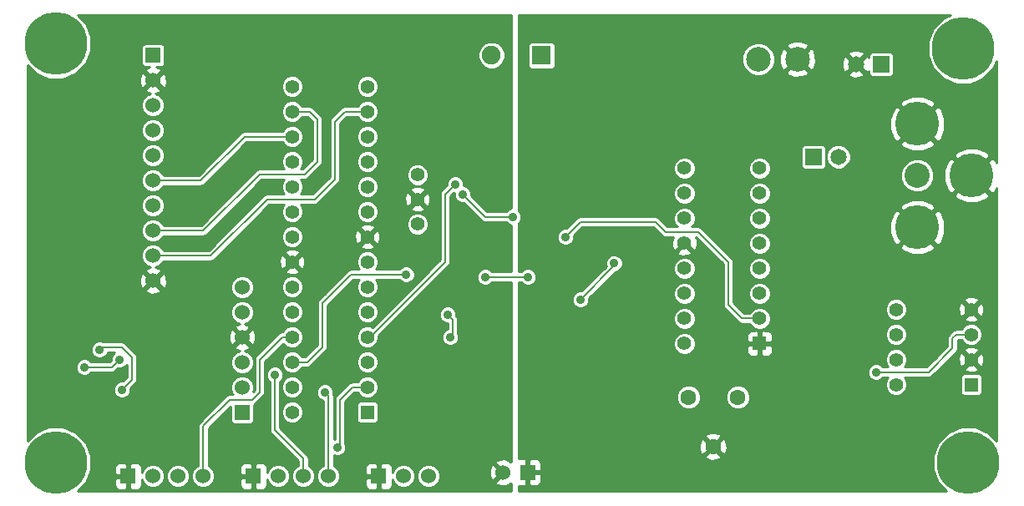
<source format=gbl>
G04 (created by PCBNEW-RS274X (2011-05-25)-stable) date Mon 25 Feb 2013 07:43:18 PM EST*
G01*
G70*
G90*
%MOIN*%
G04 Gerber Fmt 3.4, Leading zero omitted, Abs format*
%FSLAX34Y34*%
G04 APERTURE LIST*
%ADD10C,0.006000*%
%ADD11C,0.055000*%
%ADD12R,0.060000X0.060000*%
%ADD13C,0.060000*%
%ADD14C,0.250000*%
%ADD15R,0.055000X0.055000*%
%ADD16R,0.065000X0.065000*%
%ADD17C,0.065000*%
%ADD18C,0.175000*%
%ADD19C,0.100000*%
%ADD20C,0.063000*%
%ADD21R,0.075000X0.075000*%
%ADD22C,0.075000*%
%ADD23C,0.098400*%
%ADD24C,0.035000*%
%ADD25C,0.008000*%
%ADD26C,0.010000*%
G04 APERTURE END LIST*
G54D10*
G54D11*
X56200Y-38616D03*
X56200Y-40584D03*
X56200Y-39600D03*
G54D12*
X44650Y-50650D03*
G54D13*
X45650Y-50650D03*
X46650Y-50650D03*
X47650Y-50650D03*
G54D12*
X49650Y-50650D03*
G54D13*
X50650Y-50650D03*
X51650Y-50650D03*
X52650Y-50650D03*
G54D12*
X54650Y-50650D03*
G54D13*
X55650Y-50650D03*
X56650Y-50650D03*
G54D12*
X60600Y-50500D03*
G54D13*
X59600Y-50500D03*
G54D12*
X49200Y-48100D03*
G54D13*
X49200Y-47100D03*
X49200Y-46100D03*
X49200Y-45100D03*
X49200Y-44100D03*
X49200Y-43100D03*
G54D14*
X78178Y-50111D03*
X41760Y-33378D03*
X77981Y-33575D03*
X41760Y-50111D03*
G54D15*
X78300Y-47000D03*
G54D11*
X78300Y-46000D03*
X78300Y-45000D03*
X78300Y-44000D03*
X75300Y-44000D03*
X75300Y-45000D03*
X75300Y-46000D03*
X75300Y-47000D03*
X54200Y-47100D03*
X54200Y-46100D03*
X54200Y-45100D03*
X54200Y-44100D03*
X54200Y-43100D03*
X54200Y-42100D03*
X54200Y-41100D03*
X54200Y-40100D03*
X54200Y-39100D03*
X54200Y-38100D03*
X54200Y-37100D03*
X54200Y-36100D03*
X54200Y-35100D03*
G54D15*
X54200Y-48100D03*
G54D11*
X51200Y-35100D03*
X51200Y-36100D03*
X51200Y-37100D03*
X51200Y-38100D03*
X51200Y-39100D03*
X51200Y-40100D03*
X51200Y-41100D03*
X51200Y-42100D03*
X51200Y-43100D03*
X51200Y-44100D03*
X51200Y-45100D03*
X51200Y-46100D03*
X51200Y-47100D03*
X51200Y-48100D03*
G54D15*
X69850Y-45350D03*
G54D11*
X69850Y-44350D03*
X69850Y-43350D03*
X69850Y-42350D03*
X69850Y-41350D03*
X69850Y-40350D03*
X69850Y-39350D03*
X69850Y-38350D03*
X66850Y-38350D03*
X66850Y-39350D03*
X66850Y-40350D03*
X66850Y-41350D03*
X66850Y-42350D03*
X66850Y-43350D03*
X66850Y-44350D03*
X66850Y-45350D03*
G54D16*
X72000Y-37900D03*
G54D17*
X73000Y-37900D03*
G54D18*
X78320Y-38650D03*
X76150Y-36585D03*
X76150Y-40715D03*
G54D19*
X76150Y-38650D03*
G54D20*
X68984Y-47500D03*
X67016Y-47500D03*
X68000Y-49469D03*
G54D13*
X45650Y-42850D03*
X45650Y-41850D03*
X45650Y-38850D03*
X45650Y-37850D03*
G54D12*
X45650Y-33850D03*
G54D13*
X45650Y-34850D03*
X45650Y-35850D03*
X45650Y-36850D03*
X45650Y-39850D03*
X45650Y-40850D03*
G54D16*
X74700Y-34200D03*
G54D17*
X73700Y-34200D03*
G54D21*
X61150Y-33850D03*
G54D22*
X59150Y-33850D03*
G54D23*
X69800Y-34000D03*
X71360Y-34000D03*
G54D24*
X74500Y-46500D03*
X50500Y-46600D03*
X57700Y-39000D03*
X60000Y-40300D03*
X58000Y-39400D03*
X53000Y-49500D03*
X58900Y-42700D03*
X60600Y-42700D03*
X52500Y-47300D03*
X42900Y-46300D03*
X44300Y-46000D03*
X43500Y-45600D03*
X44400Y-47200D03*
X62100Y-41100D03*
X57500Y-45100D03*
X57400Y-44200D03*
X64050Y-42150D03*
X62700Y-43600D03*
X40900Y-48700D03*
X42500Y-44200D03*
X47400Y-46800D03*
X44500Y-47700D03*
X44299Y-48801D03*
X58300Y-44300D03*
X58400Y-41000D03*
X58300Y-38500D03*
X53600Y-33100D03*
X47300Y-47800D03*
X43000Y-46800D03*
X45500Y-44900D03*
X78150Y-42450D03*
X62250Y-32700D03*
X61600Y-35900D03*
X65350Y-35350D03*
X67400Y-32750D03*
X62200Y-44500D03*
X73000Y-42500D03*
X71200Y-42900D03*
X62000Y-42100D03*
X61900Y-45600D03*
X61900Y-38800D03*
X61900Y-39600D03*
X65000Y-38700D03*
X55750Y-42600D03*
G54D25*
X77700Y-45000D02*
X78300Y-45000D01*
X77550Y-45150D02*
X77700Y-45000D01*
X77550Y-45550D02*
X77550Y-45150D01*
X76600Y-46500D02*
X77550Y-45550D01*
X74500Y-46500D02*
X76600Y-46500D01*
X51650Y-50650D02*
X51650Y-49950D01*
X51650Y-49950D02*
X50500Y-48800D01*
X50500Y-48800D02*
X50500Y-46600D01*
X54200Y-45100D02*
X54300Y-45100D01*
X57300Y-42100D02*
X57300Y-39400D01*
X54300Y-45100D02*
X57300Y-42100D01*
X57300Y-39400D02*
X57700Y-39000D01*
X60000Y-40300D02*
X58900Y-40300D01*
X58900Y-40300D02*
X58000Y-39400D01*
X49900Y-47300D02*
X49900Y-46000D01*
X50800Y-45100D02*
X51200Y-45100D01*
X49900Y-46000D02*
X50800Y-45100D01*
X49900Y-47300D02*
X49600Y-47600D01*
X47650Y-50650D02*
X47650Y-48650D01*
X48700Y-47600D02*
X49600Y-47600D01*
X47650Y-48650D02*
X48700Y-47600D01*
X45650Y-40850D02*
X47650Y-40850D01*
X51700Y-38600D02*
X52200Y-38100D01*
X49900Y-38600D02*
X51700Y-38600D01*
X47650Y-40850D02*
X49900Y-38600D01*
X51200Y-36100D02*
X51900Y-36100D01*
X51900Y-36100D02*
X52200Y-36400D01*
X52200Y-36400D02*
X52200Y-38100D01*
X51200Y-37100D02*
X49300Y-37100D01*
X47550Y-38850D02*
X45650Y-38850D01*
X49300Y-37100D02*
X47550Y-38850D01*
X53000Y-49500D02*
X53100Y-49400D01*
X53100Y-49400D02*
X53100Y-47600D01*
X53100Y-47600D02*
X53600Y-47100D01*
X53600Y-47100D02*
X54200Y-47100D01*
X45650Y-41850D02*
X47950Y-41850D01*
X53300Y-36100D02*
X54200Y-36100D01*
X52900Y-36500D02*
X53300Y-36100D01*
X52900Y-38800D02*
X52900Y-36500D01*
X52100Y-39600D02*
X52900Y-38800D01*
X50200Y-39600D02*
X52100Y-39600D01*
X47950Y-41850D02*
X50200Y-39600D01*
X60600Y-42700D02*
X58900Y-42700D01*
X52650Y-47450D02*
X52650Y-50650D01*
X52500Y-47300D02*
X52650Y-47450D01*
X42900Y-46300D02*
X44000Y-46300D01*
X44000Y-46300D02*
X44300Y-46000D01*
X43600Y-45500D02*
X43500Y-45600D01*
X44400Y-45500D02*
X43600Y-45500D01*
X44800Y-45900D02*
X44400Y-45500D01*
X44800Y-46800D02*
X44800Y-45900D01*
X44400Y-47200D02*
X44800Y-46800D01*
X69150Y-44350D02*
X69850Y-44350D01*
X68600Y-43800D02*
X69150Y-44350D01*
X68600Y-42100D02*
X68600Y-43800D01*
X67400Y-40900D02*
X68600Y-42100D01*
X66100Y-40900D02*
X67400Y-40900D01*
X65700Y-40500D02*
X66100Y-40900D01*
X62700Y-40500D02*
X65700Y-40500D01*
X62100Y-41100D02*
X62700Y-40500D01*
X57600Y-45000D02*
X57500Y-45100D01*
X57600Y-44400D02*
X57600Y-45000D01*
X57400Y-44200D02*
X57600Y-44400D01*
X64050Y-42250D02*
X64050Y-42150D01*
X62700Y-43600D02*
X64050Y-42250D01*
X44299Y-48801D02*
X44300Y-48800D01*
X52675Y-43475D02*
X53350Y-42800D01*
X53350Y-42800D02*
X53550Y-42600D01*
X53550Y-42600D02*
X55750Y-42600D01*
X51800Y-46100D02*
X51200Y-46100D01*
X52400Y-45500D02*
X51800Y-46100D01*
X52400Y-43750D02*
X52400Y-45500D01*
X52675Y-43475D02*
X52400Y-43750D01*
G54D10*
G36*
X59950Y-51243D02*
X59908Y-51243D01*
X57844Y-51243D01*
X57844Y-45169D01*
X57844Y-45032D01*
X57810Y-44949D01*
X57810Y-44400D01*
X57809Y-44399D01*
X57794Y-44320D01*
X57793Y-44319D01*
X57778Y-44297D01*
X57748Y-44252D01*
X57748Y-44251D01*
X57744Y-44247D01*
X57744Y-44132D01*
X57692Y-44006D01*
X57595Y-43909D01*
X57469Y-43856D01*
X57332Y-43856D01*
X57206Y-43908D01*
X57109Y-44005D01*
X57056Y-44131D01*
X57056Y-44268D01*
X57108Y-44394D01*
X57205Y-44491D01*
X57331Y-44544D01*
X57390Y-44544D01*
X57390Y-44773D01*
X57306Y-44808D01*
X57209Y-44905D01*
X57156Y-45031D01*
X57156Y-45168D01*
X57208Y-45294D01*
X57305Y-45391D01*
X57431Y-45444D01*
X57568Y-45444D01*
X57694Y-45392D01*
X57791Y-45295D01*
X57844Y-45169D01*
X57844Y-51243D01*
X57120Y-51243D01*
X57120Y-50744D01*
X57120Y-50557D01*
X57049Y-50384D01*
X56917Y-50252D01*
X56744Y-50180D01*
X56557Y-50180D01*
X56384Y-50251D01*
X56252Y-50383D01*
X56180Y-50556D01*
X56180Y-50743D01*
X56251Y-50916D01*
X56383Y-51048D01*
X56556Y-51120D01*
X56743Y-51120D01*
X56916Y-51049D01*
X57048Y-50917D01*
X57120Y-50744D01*
X57120Y-51243D01*
X56120Y-51243D01*
X56120Y-50744D01*
X56120Y-50557D01*
X56049Y-50384D01*
X55917Y-50252D01*
X55744Y-50180D01*
X55557Y-50180D01*
X55384Y-50251D01*
X55252Y-50383D01*
X55199Y-50508D01*
X55199Y-50399D01*
X55199Y-50300D01*
X55161Y-50209D01*
X55091Y-50139D01*
X54999Y-50101D01*
X54762Y-50100D01*
X54700Y-50162D01*
X54700Y-50550D01*
X54700Y-50600D01*
X54700Y-50700D01*
X54700Y-50750D01*
X54700Y-51138D01*
X54762Y-51200D01*
X54999Y-51199D01*
X55091Y-51161D01*
X55161Y-51091D01*
X55199Y-51000D01*
X55199Y-50901D01*
X55199Y-50791D01*
X55251Y-50916D01*
X55383Y-51048D01*
X55556Y-51120D01*
X55743Y-51120D01*
X55916Y-51049D01*
X56048Y-50917D01*
X56120Y-50744D01*
X56120Y-51243D01*
X54645Y-51243D01*
X54645Y-48409D01*
X54645Y-48341D01*
X54645Y-47791D01*
X54644Y-47788D01*
X54644Y-47189D01*
X54644Y-47012D01*
X54644Y-46189D01*
X54644Y-46012D01*
X54577Y-45849D01*
X54452Y-45724D01*
X54289Y-45656D01*
X54112Y-45656D01*
X53949Y-45723D01*
X53824Y-45848D01*
X53756Y-46011D01*
X53756Y-46188D01*
X53823Y-46351D01*
X53948Y-46476D01*
X54111Y-46544D01*
X54288Y-46544D01*
X54451Y-46477D01*
X54576Y-46352D01*
X54644Y-46189D01*
X54644Y-47012D01*
X54577Y-46849D01*
X54452Y-46724D01*
X54289Y-46656D01*
X54112Y-46656D01*
X53949Y-46723D01*
X53824Y-46848D01*
X53806Y-46890D01*
X53600Y-46890D01*
X53532Y-46903D01*
X53519Y-46906D01*
X53451Y-46952D01*
X52952Y-47452D01*
X52906Y-47519D01*
X52903Y-47532D01*
X52890Y-47600D01*
X52890Y-49173D01*
X52860Y-49185D01*
X52860Y-47450D01*
X52846Y-47382D01*
X52844Y-47370D01*
X52844Y-47369D01*
X52844Y-47232D01*
X52792Y-47106D01*
X52695Y-47009D01*
X52569Y-46956D01*
X52432Y-46956D01*
X52306Y-47008D01*
X52209Y-47105D01*
X52156Y-47231D01*
X52156Y-47368D01*
X52208Y-47494D01*
X52305Y-47591D01*
X52431Y-47644D01*
X52440Y-47644D01*
X52440Y-50228D01*
X52384Y-50251D01*
X52252Y-50383D01*
X52180Y-50556D01*
X52180Y-50743D01*
X52251Y-50916D01*
X52383Y-51048D01*
X52556Y-51120D01*
X52743Y-51120D01*
X52916Y-51049D01*
X53048Y-50917D01*
X53120Y-50744D01*
X53120Y-50557D01*
X53049Y-50384D01*
X52917Y-50252D01*
X52860Y-50228D01*
X52860Y-49814D01*
X52931Y-49844D01*
X53068Y-49844D01*
X53194Y-49792D01*
X53291Y-49695D01*
X53344Y-49569D01*
X53344Y-49432D01*
X53310Y-49349D01*
X53310Y-47686D01*
X53686Y-47310D01*
X53806Y-47310D01*
X53823Y-47351D01*
X53948Y-47476D01*
X54111Y-47544D01*
X54288Y-47544D01*
X54451Y-47477D01*
X54576Y-47352D01*
X54644Y-47189D01*
X54644Y-47788D01*
X54619Y-47729D01*
X54571Y-47681D01*
X54509Y-47655D01*
X54441Y-47655D01*
X53891Y-47655D01*
X53829Y-47681D01*
X53781Y-47729D01*
X53755Y-47791D01*
X53755Y-47859D01*
X53755Y-48409D01*
X53781Y-48471D01*
X53829Y-48519D01*
X53891Y-48545D01*
X53959Y-48545D01*
X54509Y-48545D01*
X54571Y-48519D01*
X54619Y-48471D01*
X54645Y-48409D01*
X54645Y-51243D01*
X54600Y-51243D01*
X54600Y-51138D01*
X54600Y-50700D01*
X54600Y-50600D01*
X54600Y-50162D01*
X54538Y-50100D01*
X54301Y-50101D01*
X54209Y-50139D01*
X54139Y-50209D01*
X54101Y-50300D01*
X54101Y-50399D01*
X54100Y-50538D01*
X54162Y-50600D01*
X54600Y-50600D01*
X54600Y-50700D01*
X54162Y-50700D01*
X54100Y-50762D01*
X54101Y-50901D01*
X54101Y-51000D01*
X54139Y-51091D01*
X54209Y-51161D01*
X54301Y-51199D01*
X54538Y-51200D01*
X54600Y-51138D01*
X54600Y-51243D01*
X52120Y-51243D01*
X52120Y-50744D01*
X52120Y-50557D01*
X52049Y-50384D01*
X51917Y-50252D01*
X51860Y-50228D01*
X51860Y-49950D01*
X51846Y-49882D01*
X51844Y-49870D01*
X51844Y-49869D01*
X51798Y-49802D01*
X51798Y-49801D01*
X51644Y-49647D01*
X51644Y-48189D01*
X51644Y-48012D01*
X51644Y-47189D01*
X51644Y-47012D01*
X51577Y-46849D01*
X51452Y-46724D01*
X51289Y-46656D01*
X51112Y-46656D01*
X50949Y-46723D01*
X50824Y-46848D01*
X50756Y-47011D01*
X50756Y-47188D01*
X50823Y-47351D01*
X50948Y-47476D01*
X51111Y-47544D01*
X51288Y-47544D01*
X51451Y-47477D01*
X51576Y-47352D01*
X51644Y-47189D01*
X51644Y-48012D01*
X51577Y-47849D01*
X51452Y-47724D01*
X51289Y-47656D01*
X51112Y-47656D01*
X50949Y-47723D01*
X50824Y-47848D01*
X50756Y-48011D01*
X50756Y-48188D01*
X50823Y-48351D01*
X50948Y-48476D01*
X51111Y-48544D01*
X51288Y-48544D01*
X51451Y-48477D01*
X51576Y-48352D01*
X51644Y-48189D01*
X51644Y-49647D01*
X50710Y-48713D01*
X50710Y-46876D01*
X50791Y-46795D01*
X50844Y-46669D01*
X50844Y-46532D01*
X50792Y-46406D01*
X50695Y-46309D01*
X50569Y-46256D01*
X50432Y-46256D01*
X50306Y-46308D01*
X50209Y-46405D01*
X50156Y-46531D01*
X50156Y-46668D01*
X50208Y-46794D01*
X50290Y-46876D01*
X50290Y-48800D01*
X50303Y-48867D01*
X50306Y-48881D01*
X50352Y-48948D01*
X51440Y-50036D01*
X51440Y-50228D01*
X51384Y-50251D01*
X51252Y-50383D01*
X51180Y-50556D01*
X51180Y-50743D01*
X51251Y-50916D01*
X51383Y-51048D01*
X51556Y-51120D01*
X51743Y-51120D01*
X51916Y-51049D01*
X52048Y-50917D01*
X52120Y-50744D01*
X52120Y-51243D01*
X51120Y-51243D01*
X51120Y-50744D01*
X51120Y-50557D01*
X51049Y-50384D01*
X50917Y-50252D01*
X50744Y-50180D01*
X50557Y-50180D01*
X50384Y-50251D01*
X50252Y-50383D01*
X50199Y-50508D01*
X50199Y-50301D01*
X50161Y-50209D01*
X50091Y-50139D01*
X50000Y-50101D01*
X49901Y-50101D01*
X49762Y-50100D01*
X49700Y-50162D01*
X49700Y-50550D01*
X49700Y-50600D01*
X49700Y-50700D01*
X49700Y-50750D01*
X49700Y-51138D01*
X49762Y-51200D01*
X49901Y-51199D01*
X50000Y-51199D01*
X50091Y-51161D01*
X50161Y-51091D01*
X50199Y-50999D01*
X50199Y-50791D01*
X50251Y-50916D01*
X50383Y-51048D01*
X50556Y-51120D01*
X50743Y-51120D01*
X50916Y-51049D01*
X51048Y-50917D01*
X51120Y-50744D01*
X51120Y-51243D01*
X49600Y-51243D01*
X49600Y-51138D01*
X49600Y-50700D01*
X49600Y-50600D01*
X49600Y-50162D01*
X49538Y-50100D01*
X49399Y-50101D01*
X49300Y-50101D01*
X49209Y-50139D01*
X49139Y-50209D01*
X49101Y-50301D01*
X49100Y-50538D01*
X49162Y-50600D01*
X49600Y-50600D01*
X49600Y-50700D01*
X49162Y-50700D01*
X49100Y-50762D01*
X49101Y-50999D01*
X49139Y-51091D01*
X49209Y-51161D01*
X49300Y-51199D01*
X49399Y-51199D01*
X49538Y-51200D01*
X49600Y-51138D01*
X49600Y-51243D01*
X47120Y-51243D01*
X47120Y-50744D01*
X47120Y-50557D01*
X47049Y-50384D01*
X46917Y-50252D01*
X46744Y-50180D01*
X46557Y-50180D01*
X46384Y-50251D01*
X46252Y-50383D01*
X46193Y-50524D01*
X46193Y-42929D01*
X46182Y-42716D01*
X46122Y-42569D01*
X46028Y-42542D01*
X45721Y-42850D01*
X46028Y-43158D01*
X46122Y-43131D01*
X46193Y-42929D01*
X46193Y-50524D01*
X46180Y-50556D01*
X46180Y-50743D01*
X46251Y-50916D01*
X46383Y-51048D01*
X46556Y-51120D01*
X46743Y-51120D01*
X46916Y-51049D01*
X47048Y-50917D01*
X47120Y-50744D01*
X47120Y-51243D01*
X46120Y-51243D01*
X46120Y-50744D01*
X46120Y-50557D01*
X46049Y-50384D01*
X45958Y-50293D01*
X45958Y-43228D01*
X45650Y-42921D01*
X45579Y-42991D01*
X45579Y-42850D01*
X45272Y-42542D01*
X45178Y-42569D01*
X45107Y-42771D01*
X45118Y-42984D01*
X45178Y-43131D01*
X45272Y-43158D01*
X45579Y-42850D01*
X45579Y-42991D01*
X45342Y-43228D01*
X45369Y-43322D01*
X45571Y-43393D01*
X45784Y-43382D01*
X45931Y-43322D01*
X45958Y-43228D01*
X45958Y-50293D01*
X45917Y-50252D01*
X45744Y-50180D01*
X45557Y-50180D01*
X45384Y-50251D01*
X45252Y-50383D01*
X45199Y-50508D01*
X45199Y-50301D01*
X45161Y-50209D01*
X45091Y-50139D01*
X45010Y-50105D01*
X45010Y-46800D01*
X45010Y-45900D01*
X44994Y-45820D01*
X44993Y-45819D01*
X44978Y-45797D01*
X44948Y-45752D01*
X44948Y-45751D01*
X44548Y-45352D01*
X44481Y-45306D01*
X44467Y-45303D01*
X44400Y-45290D01*
X43649Y-45290D01*
X43569Y-45256D01*
X43432Y-45256D01*
X43306Y-45308D01*
X43209Y-45405D01*
X43156Y-45531D01*
X43156Y-45668D01*
X43208Y-45794D01*
X43305Y-45891D01*
X43431Y-45944D01*
X43568Y-45944D01*
X43694Y-45892D01*
X43791Y-45795D01*
X43826Y-45710D01*
X44104Y-45710D01*
X44009Y-45805D01*
X43956Y-45931D01*
X43956Y-46047D01*
X43913Y-46090D01*
X43176Y-46090D01*
X43095Y-46009D01*
X42969Y-45956D01*
X42832Y-45956D01*
X42706Y-46008D01*
X42609Y-46105D01*
X42556Y-46231D01*
X42556Y-46368D01*
X42608Y-46494D01*
X42705Y-46591D01*
X42831Y-46644D01*
X42968Y-46644D01*
X43094Y-46592D01*
X43176Y-46510D01*
X44000Y-46510D01*
X44000Y-46509D01*
X44067Y-46496D01*
X44080Y-46494D01*
X44081Y-46494D01*
X44148Y-46448D01*
X44252Y-46344D01*
X44368Y-46344D01*
X44494Y-46292D01*
X44590Y-46196D01*
X44590Y-46713D01*
X44447Y-46856D01*
X44332Y-46856D01*
X44206Y-46908D01*
X44109Y-47005D01*
X44056Y-47131D01*
X44056Y-47268D01*
X44108Y-47394D01*
X44205Y-47491D01*
X44331Y-47544D01*
X44468Y-47544D01*
X44594Y-47492D01*
X44691Y-47395D01*
X44744Y-47269D01*
X44744Y-47152D01*
X44948Y-46949D01*
X44948Y-46948D01*
X44978Y-46903D01*
X44993Y-46881D01*
X44994Y-46880D01*
X45009Y-46800D01*
X45010Y-46800D01*
X45010Y-50105D01*
X45000Y-50101D01*
X44901Y-50101D01*
X44762Y-50100D01*
X44700Y-50162D01*
X44700Y-50550D01*
X44700Y-50600D01*
X44700Y-50700D01*
X44700Y-50750D01*
X44700Y-51138D01*
X44762Y-51200D01*
X44901Y-51199D01*
X45000Y-51199D01*
X45091Y-51161D01*
X45161Y-51091D01*
X45199Y-50999D01*
X45199Y-50791D01*
X45251Y-50916D01*
X45383Y-51048D01*
X45556Y-51120D01*
X45743Y-51120D01*
X45916Y-51049D01*
X46048Y-50917D01*
X46120Y-50744D01*
X46120Y-51243D01*
X44600Y-51243D01*
X44600Y-51138D01*
X44600Y-50700D01*
X44600Y-50600D01*
X44600Y-50162D01*
X44538Y-50100D01*
X44399Y-50101D01*
X44300Y-50101D01*
X44209Y-50139D01*
X44139Y-50209D01*
X44101Y-50301D01*
X44100Y-50538D01*
X44162Y-50600D01*
X44600Y-50600D01*
X44600Y-50700D01*
X44162Y-50700D01*
X44100Y-50762D01*
X44101Y-50999D01*
X44139Y-51091D01*
X44209Y-51161D01*
X44300Y-51199D01*
X44399Y-51199D01*
X44538Y-51200D01*
X44600Y-51138D01*
X44600Y-51243D01*
X42634Y-51243D01*
X42962Y-50916D01*
X43179Y-50394D01*
X43179Y-49830D01*
X42963Y-49308D01*
X42565Y-48909D01*
X42043Y-48692D01*
X41479Y-48692D01*
X40957Y-48908D01*
X40627Y-49237D01*
X40627Y-34251D01*
X40955Y-34580D01*
X41477Y-34797D01*
X42041Y-34797D01*
X42563Y-34581D01*
X42962Y-34183D01*
X43179Y-33661D01*
X43179Y-33097D01*
X42963Y-32575D01*
X42633Y-32245D01*
X59950Y-32245D01*
X59950Y-39956D01*
X59932Y-39956D01*
X59806Y-40008D01*
X59724Y-40090D01*
X59694Y-40090D01*
X59694Y-33958D01*
X59694Y-33742D01*
X59611Y-33542D01*
X59458Y-33389D01*
X59258Y-33306D01*
X59042Y-33306D01*
X58842Y-33389D01*
X58689Y-33542D01*
X58606Y-33742D01*
X58606Y-33958D01*
X58689Y-34158D01*
X58842Y-34311D01*
X59042Y-34394D01*
X59258Y-34394D01*
X59458Y-34311D01*
X59611Y-34158D01*
X59694Y-33958D01*
X59694Y-40090D01*
X58986Y-40090D01*
X58344Y-39447D01*
X58344Y-39332D01*
X58292Y-39206D01*
X58195Y-39109D01*
X58069Y-39056D01*
X58044Y-39056D01*
X58044Y-38932D01*
X57992Y-38806D01*
X57895Y-38709D01*
X57769Y-38656D01*
X57632Y-38656D01*
X57506Y-38708D01*
X57409Y-38805D01*
X57356Y-38931D01*
X57356Y-39047D01*
X57152Y-39252D01*
X57106Y-39319D01*
X57103Y-39332D01*
X57090Y-39400D01*
X57090Y-42013D01*
X56719Y-42384D01*
X56719Y-39674D01*
X56708Y-39470D01*
X56652Y-39333D01*
X56644Y-39330D01*
X56644Y-38705D01*
X56644Y-38528D01*
X56577Y-38365D01*
X56452Y-38240D01*
X56289Y-38172D01*
X56112Y-38172D01*
X55949Y-38239D01*
X55824Y-38364D01*
X55756Y-38527D01*
X55756Y-38704D01*
X55823Y-38867D01*
X55948Y-38992D01*
X56111Y-39060D01*
X56288Y-39060D01*
X56451Y-38993D01*
X56576Y-38868D01*
X56644Y-38705D01*
X56644Y-39330D01*
X56561Y-39310D01*
X56490Y-39381D01*
X56490Y-39239D01*
X56467Y-39148D01*
X56274Y-39081D01*
X56070Y-39092D01*
X55933Y-39148D01*
X55910Y-39239D01*
X56200Y-39529D01*
X56490Y-39239D01*
X56490Y-39381D01*
X56271Y-39600D01*
X56561Y-39890D01*
X56652Y-39867D01*
X56719Y-39674D01*
X56719Y-42384D01*
X56644Y-42459D01*
X56644Y-40673D01*
X56644Y-40496D01*
X56577Y-40333D01*
X56490Y-40246D01*
X56490Y-39961D01*
X56200Y-39671D01*
X56129Y-39742D01*
X56129Y-39600D01*
X55839Y-39310D01*
X55748Y-39333D01*
X55681Y-39526D01*
X55692Y-39730D01*
X55748Y-39867D01*
X55839Y-39890D01*
X56129Y-39600D01*
X56129Y-39742D01*
X55910Y-39961D01*
X55933Y-40052D01*
X56126Y-40119D01*
X56330Y-40108D01*
X56467Y-40052D01*
X56490Y-39961D01*
X56490Y-40246D01*
X56452Y-40208D01*
X56289Y-40140D01*
X56112Y-40140D01*
X55949Y-40207D01*
X55824Y-40332D01*
X55756Y-40495D01*
X55756Y-40672D01*
X55823Y-40835D01*
X55948Y-40960D01*
X56111Y-41028D01*
X56288Y-41028D01*
X56451Y-40961D01*
X56576Y-40836D01*
X56644Y-40673D01*
X56644Y-42459D01*
X56094Y-43009D01*
X56094Y-42669D01*
X56094Y-42532D01*
X56042Y-42406D01*
X55945Y-42309D01*
X55819Y-42256D01*
X55682Y-42256D01*
X55556Y-42308D01*
X55474Y-42390D01*
X54719Y-42390D01*
X54719Y-41174D01*
X54708Y-40970D01*
X54652Y-40833D01*
X54644Y-40830D01*
X54644Y-40189D01*
X54644Y-40012D01*
X54644Y-39189D01*
X54644Y-39012D01*
X54644Y-38189D01*
X54644Y-38012D01*
X54644Y-37189D01*
X54644Y-37012D01*
X54644Y-36189D01*
X54644Y-36012D01*
X54644Y-35189D01*
X54644Y-35012D01*
X54577Y-34849D01*
X54452Y-34724D01*
X54289Y-34656D01*
X54112Y-34656D01*
X53949Y-34723D01*
X53824Y-34848D01*
X53756Y-35011D01*
X53756Y-35188D01*
X53823Y-35351D01*
X53948Y-35476D01*
X54111Y-35544D01*
X54288Y-35544D01*
X54451Y-35477D01*
X54576Y-35352D01*
X54644Y-35189D01*
X54644Y-36012D01*
X54577Y-35849D01*
X54452Y-35724D01*
X54289Y-35656D01*
X54112Y-35656D01*
X53949Y-35723D01*
X53824Y-35848D01*
X53806Y-35890D01*
X53300Y-35890D01*
X53220Y-35906D01*
X53197Y-35921D01*
X53151Y-35952D01*
X52752Y-36352D01*
X52706Y-36419D01*
X52703Y-36432D01*
X52690Y-36500D01*
X52690Y-38713D01*
X52013Y-39390D01*
X51538Y-39390D01*
X51576Y-39352D01*
X51644Y-39189D01*
X51644Y-39012D01*
X51577Y-38849D01*
X51538Y-38810D01*
X51700Y-38810D01*
X51700Y-38809D01*
X51767Y-38796D01*
X51780Y-38794D01*
X51781Y-38794D01*
X51848Y-38748D01*
X52348Y-38249D01*
X52348Y-38248D01*
X52394Y-38181D01*
X52394Y-38180D01*
X52396Y-38167D01*
X52409Y-38100D01*
X52410Y-38100D01*
X52410Y-36400D01*
X52396Y-36332D01*
X52394Y-36320D01*
X52394Y-36319D01*
X52348Y-36252D01*
X52348Y-36251D01*
X52048Y-35952D01*
X51981Y-35906D01*
X51967Y-35903D01*
X51900Y-35890D01*
X51644Y-35890D01*
X51644Y-35189D01*
X51644Y-35012D01*
X51577Y-34849D01*
X51452Y-34724D01*
X51289Y-34656D01*
X51112Y-34656D01*
X50949Y-34723D01*
X50824Y-34848D01*
X50756Y-35011D01*
X50756Y-35188D01*
X50823Y-35351D01*
X50948Y-35476D01*
X51111Y-35544D01*
X51288Y-35544D01*
X51451Y-35477D01*
X51576Y-35352D01*
X51644Y-35189D01*
X51644Y-35890D01*
X51593Y-35890D01*
X51577Y-35849D01*
X51452Y-35724D01*
X51289Y-35656D01*
X51112Y-35656D01*
X50949Y-35723D01*
X50824Y-35848D01*
X50756Y-36011D01*
X50756Y-36188D01*
X50823Y-36351D01*
X50948Y-36476D01*
X51111Y-36544D01*
X51288Y-36544D01*
X51451Y-36477D01*
X51576Y-36352D01*
X51593Y-36310D01*
X51813Y-36310D01*
X51990Y-36486D01*
X51990Y-38013D01*
X51613Y-38390D01*
X51538Y-38390D01*
X51576Y-38352D01*
X51644Y-38189D01*
X51644Y-38012D01*
X51644Y-37189D01*
X51644Y-37012D01*
X51577Y-36849D01*
X51452Y-36724D01*
X51289Y-36656D01*
X51112Y-36656D01*
X50949Y-36723D01*
X50824Y-36848D01*
X50806Y-36890D01*
X49300Y-36890D01*
X49220Y-36906D01*
X49197Y-36921D01*
X49151Y-36952D01*
X47463Y-38640D01*
X46193Y-38640D01*
X46193Y-34929D01*
X46182Y-34716D01*
X46122Y-34569D01*
X46120Y-34568D01*
X46120Y-34184D01*
X46120Y-34116D01*
X46120Y-33516D01*
X46094Y-33454D01*
X46046Y-33406D01*
X45984Y-33380D01*
X45916Y-33380D01*
X45316Y-33380D01*
X45254Y-33406D01*
X45206Y-33454D01*
X45180Y-33516D01*
X45180Y-33584D01*
X45180Y-34184D01*
X45206Y-34246D01*
X45254Y-34294D01*
X45316Y-34320D01*
X45384Y-34320D01*
X45511Y-34320D01*
X45369Y-34378D01*
X45342Y-34472D01*
X45650Y-34779D01*
X45958Y-34472D01*
X45931Y-34378D01*
X45765Y-34320D01*
X45984Y-34320D01*
X46046Y-34294D01*
X46094Y-34246D01*
X46120Y-34184D01*
X46120Y-34568D01*
X46028Y-34542D01*
X45721Y-34850D01*
X46028Y-35158D01*
X46122Y-35131D01*
X46193Y-34929D01*
X46193Y-38640D01*
X46120Y-38640D01*
X46120Y-37944D01*
X46120Y-37757D01*
X46120Y-36944D01*
X46120Y-36757D01*
X46120Y-35944D01*
X46120Y-35757D01*
X46049Y-35584D01*
X45917Y-35452D01*
X45752Y-35383D01*
X45784Y-35382D01*
X45931Y-35322D01*
X45958Y-35228D01*
X45650Y-34921D01*
X45579Y-34991D01*
X45579Y-34850D01*
X45272Y-34542D01*
X45178Y-34569D01*
X45107Y-34771D01*
X45118Y-34984D01*
X45178Y-35131D01*
X45272Y-35158D01*
X45579Y-34850D01*
X45579Y-34991D01*
X45342Y-35228D01*
X45369Y-35322D01*
X45546Y-35384D01*
X45384Y-35451D01*
X45252Y-35583D01*
X45180Y-35756D01*
X45180Y-35943D01*
X45251Y-36116D01*
X45383Y-36248D01*
X45556Y-36320D01*
X45743Y-36320D01*
X45916Y-36249D01*
X46048Y-36117D01*
X46120Y-35944D01*
X46120Y-36757D01*
X46049Y-36584D01*
X45917Y-36452D01*
X45744Y-36380D01*
X45557Y-36380D01*
X45384Y-36451D01*
X45252Y-36583D01*
X45180Y-36756D01*
X45180Y-36943D01*
X45251Y-37116D01*
X45383Y-37248D01*
X45556Y-37320D01*
X45743Y-37320D01*
X45916Y-37249D01*
X46048Y-37117D01*
X46120Y-36944D01*
X46120Y-37757D01*
X46049Y-37584D01*
X45917Y-37452D01*
X45744Y-37380D01*
X45557Y-37380D01*
X45384Y-37451D01*
X45252Y-37583D01*
X45180Y-37756D01*
X45180Y-37943D01*
X45251Y-38116D01*
X45383Y-38248D01*
X45556Y-38320D01*
X45743Y-38320D01*
X45916Y-38249D01*
X46048Y-38117D01*
X46120Y-37944D01*
X46120Y-38640D01*
X46071Y-38640D01*
X46049Y-38584D01*
X45917Y-38452D01*
X45744Y-38380D01*
X45557Y-38380D01*
X45384Y-38451D01*
X45252Y-38583D01*
X45180Y-38756D01*
X45180Y-38943D01*
X45251Y-39116D01*
X45383Y-39248D01*
X45556Y-39320D01*
X45743Y-39320D01*
X45916Y-39249D01*
X46048Y-39117D01*
X46071Y-39060D01*
X47550Y-39060D01*
X47550Y-39059D01*
X47617Y-39046D01*
X47630Y-39044D01*
X47631Y-39044D01*
X47698Y-38998D01*
X49386Y-37310D01*
X50806Y-37310D01*
X50823Y-37351D01*
X50948Y-37476D01*
X51111Y-37544D01*
X51288Y-37544D01*
X51451Y-37477D01*
X51576Y-37352D01*
X51644Y-37189D01*
X51644Y-38012D01*
X51577Y-37849D01*
X51452Y-37724D01*
X51289Y-37656D01*
X51112Y-37656D01*
X50949Y-37723D01*
X50824Y-37848D01*
X50756Y-38011D01*
X50756Y-38188D01*
X50823Y-38351D01*
X50862Y-38390D01*
X49900Y-38390D01*
X49820Y-38406D01*
X49797Y-38421D01*
X49751Y-38452D01*
X47563Y-40640D01*
X46120Y-40640D01*
X46120Y-39944D01*
X46120Y-39757D01*
X46049Y-39584D01*
X45917Y-39452D01*
X45744Y-39380D01*
X45557Y-39380D01*
X45384Y-39451D01*
X45252Y-39583D01*
X45180Y-39756D01*
X45180Y-39943D01*
X45251Y-40116D01*
X45383Y-40248D01*
X45556Y-40320D01*
X45743Y-40320D01*
X45916Y-40249D01*
X46048Y-40117D01*
X46120Y-39944D01*
X46120Y-40640D01*
X46071Y-40640D01*
X46049Y-40584D01*
X45917Y-40452D01*
X45744Y-40380D01*
X45557Y-40380D01*
X45384Y-40451D01*
X45252Y-40583D01*
X45180Y-40756D01*
X45180Y-40943D01*
X45251Y-41116D01*
X45383Y-41248D01*
X45556Y-41320D01*
X45743Y-41320D01*
X45916Y-41249D01*
X46048Y-41117D01*
X46071Y-41060D01*
X47650Y-41060D01*
X47650Y-41059D01*
X47717Y-41046D01*
X47730Y-41044D01*
X47731Y-41044D01*
X47798Y-40998D01*
X49986Y-38810D01*
X50862Y-38810D01*
X50824Y-38848D01*
X50756Y-39011D01*
X50756Y-39188D01*
X50823Y-39351D01*
X50862Y-39390D01*
X50200Y-39390D01*
X50120Y-39406D01*
X50097Y-39421D01*
X50051Y-39452D01*
X47863Y-41640D01*
X46071Y-41640D01*
X46049Y-41584D01*
X45917Y-41452D01*
X45744Y-41380D01*
X45557Y-41380D01*
X45384Y-41451D01*
X45252Y-41583D01*
X45180Y-41756D01*
X45180Y-41943D01*
X45251Y-42116D01*
X45383Y-42248D01*
X45547Y-42316D01*
X45516Y-42318D01*
X45369Y-42378D01*
X45342Y-42472D01*
X45650Y-42779D01*
X45958Y-42472D01*
X45931Y-42378D01*
X45753Y-42315D01*
X45916Y-42249D01*
X46048Y-42117D01*
X46071Y-42060D01*
X47950Y-42060D01*
X47950Y-42059D01*
X48017Y-42046D01*
X48030Y-42044D01*
X48031Y-42044D01*
X48098Y-41998D01*
X50286Y-39810D01*
X50862Y-39810D01*
X50824Y-39848D01*
X50756Y-40011D01*
X50756Y-40188D01*
X50823Y-40351D01*
X50948Y-40476D01*
X51111Y-40544D01*
X51288Y-40544D01*
X51451Y-40477D01*
X51576Y-40352D01*
X51644Y-40189D01*
X51644Y-40012D01*
X51577Y-39849D01*
X51538Y-39810D01*
X52100Y-39810D01*
X52100Y-39809D01*
X52167Y-39796D01*
X52180Y-39794D01*
X52181Y-39794D01*
X52248Y-39748D01*
X53048Y-38949D01*
X53048Y-38948D01*
X53078Y-38903D01*
X53093Y-38881D01*
X53094Y-38880D01*
X53109Y-38800D01*
X53110Y-38800D01*
X53110Y-36586D01*
X53386Y-36310D01*
X53806Y-36310D01*
X53823Y-36351D01*
X53948Y-36476D01*
X54111Y-36544D01*
X54288Y-36544D01*
X54451Y-36477D01*
X54576Y-36352D01*
X54644Y-36189D01*
X54644Y-37012D01*
X54577Y-36849D01*
X54452Y-36724D01*
X54289Y-36656D01*
X54112Y-36656D01*
X53949Y-36723D01*
X53824Y-36848D01*
X53756Y-37011D01*
X53756Y-37188D01*
X53823Y-37351D01*
X53948Y-37476D01*
X54111Y-37544D01*
X54288Y-37544D01*
X54451Y-37477D01*
X54576Y-37352D01*
X54644Y-37189D01*
X54644Y-38012D01*
X54577Y-37849D01*
X54452Y-37724D01*
X54289Y-37656D01*
X54112Y-37656D01*
X53949Y-37723D01*
X53824Y-37848D01*
X53756Y-38011D01*
X53756Y-38188D01*
X53823Y-38351D01*
X53948Y-38476D01*
X54111Y-38544D01*
X54288Y-38544D01*
X54451Y-38477D01*
X54576Y-38352D01*
X54644Y-38189D01*
X54644Y-39012D01*
X54577Y-38849D01*
X54452Y-38724D01*
X54289Y-38656D01*
X54112Y-38656D01*
X53949Y-38723D01*
X53824Y-38848D01*
X53756Y-39011D01*
X53756Y-39188D01*
X53823Y-39351D01*
X53948Y-39476D01*
X54111Y-39544D01*
X54288Y-39544D01*
X54451Y-39477D01*
X54576Y-39352D01*
X54644Y-39189D01*
X54644Y-40012D01*
X54577Y-39849D01*
X54452Y-39724D01*
X54289Y-39656D01*
X54112Y-39656D01*
X53949Y-39723D01*
X53824Y-39848D01*
X53756Y-40011D01*
X53756Y-40188D01*
X53823Y-40351D01*
X53948Y-40476D01*
X54111Y-40544D01*
X54288Y-40544D01*
X54451Y-40477D01*
X54576Y-40352D01*
X54644Y-40189D01*
X54644Y-40830D01*
X54561Y-40810D01*
X54490Y-40881D01*
X54490Y-40739D01*
X54467Y-40648D01*
X54274Y-40581D01*
X54070Y-40592D01*
X53933Y-40648D01*
X53910Y-40739D01*
X54200Y-41029D01*
X54490Y-40739D01*
X54490Y-40881D01*
X54271Y-41100D01*
X54561Y-41390D01*
X54652Y-41367D01*
X54719Y-41174D01*
X54719Y-42390D01*
X54538Y-42390D01*
X54576Y-42352D01*
X54644Y-42189D01*
X54644Y-42012D01*
X54577Y-41849D01*
X54490Y-41762D01*
X54490Y-41461D01*
X54200Y-41171D01*
X54129Y-41242D01*
X54129Y-41100D01*
X53839Y-40810D01*
X53748Y-40833D01*
X53681Y-41026D01*
X53692Y-41230D01*
X53748Y-41367D01*
X53839Y-41390D01*
X54129Y-41100D01*
X54129Y-41242D01*
X53910Y-41461D01*
X53933Y-41552D01*
X54126Y-41619D01*
X54330Y-41608D01*
X54467Y-41552D01*
X54490Y-41461D01*
X54490Y-41762D01*
X54452Y-41724D01*
X54289Y-41656D01*
X54112Y-41656D01*
X53949Y-41723D01*
X53824Y-41848D01*
X53756Y-42011D01*
X53756Y-42188D01*
X53823Y-42351D01*
X53862Y-42390D01*
X53550Y-42390D01*
X53470Y-42406D01*
X53447Y-42421D01*
X53401Y-42452D01*
X53203Y-42650D01*
X53201Y-42652D01*
X52528Y-43325D01*
X52526Y-43327D01*
X52252Y-43602D01*
X52206Y-43669D01*
X52203Y-43682D01*
X52190Y-43750D01*
X52190Y-45413D01*
X51719Y-45884D01*
X51719Y-42174D01*
X51708Y-41970D01*
X51652Y-41833D01*
X51644Y-41830D01*
X51644Y-41189D01*
X51644Y-41012D01*
X51577Y-40849D01*
X51452Y-40724D01*
X51289Y-40656D01*
X51112Y-40656D01*
X50949Y-40723D01*
X50824Y-40848D01*
X50756Y-41011D01*
X50756Y-41188D01*
X50823Y-41351D01*
X50948Y-41476D01*
X51111Y-41544D01*
X51288Y-41544D01*
X51451Y-41477D01*
X51576Y-41352D01*
X51644Y-41189D01*
X51644Y-41830D01*
X51561Y-41810D01*
X51490Y-41881D01*
X51490Y-41739D01*
X51467Y-41648D01*
X51274Y-41581D01*
X51070Y-41592D01*
X50933Y-41648D01*
X50910Y-41739D01*
X51200Y-42029D01*
X51490Y-41739D01*
X51490Y-41881D01*
X51271Y-42100D01*
X51561Y-42390D01*
X51652Y-42367D01*
X51719Y-42174D01*
X51719Y-45884D01*
X51713Y-45890D01*
X51644Y-45890D01*
X51644Y-45189D01*
X51644Y-45012D01*
X51644Y-44189D01*
X51644Y-44012D01*
X51644Y-43189D01*
X51644Y-43012D01*
X51577Y-42849D01*
X51490Y-42762D01*
X51490Y-42461D01*
X51200Y-42171D01*
X51129Y-42242D01*
X51129Y-42100D01*
X50839Y-41810D01*
X50748Y-41833D01*
X50681Y-42026D01*
X50692Y-42230D01*
X50748Y-42367D01*
X50839Y-42390D01*
X51129Y-42100D01*
X51129Y-42242D01*
X50910Y-42461D01*
X50933Y-42552D01*
X51126Y-42619D01*
X51330Y-42608D01*
X51467Y-42552D01*
X51490Y-42461D01*
X51490Y-42762D01*
X51452Y-42724D01*
X51289Y-42656D01*
X51112Y-42656D01*
X50949Y-42723D01*
X50824Y-42848D01*
X50756Y-43011D01*
X50756Y-43188D01*
X50823Y-43351D01*
X50948Y-43476D01*
X51111Y-43544D01*
X51288Y-43544D01*
X51451Y-43477D01*
X51576Y-43352D01*
X51644Y-43189D01*
X51644Y-44012D01*
X51577Y-43849D01*
X51452Y-43724D01*
X51289Y-43656D01*
X51112Y-43656D01*
X50949Y-43723D01*
X50824Y-43848D01*
X50756Y-44011D01*
X50756Y-44188D01*
X50823Y-44351D01*
X50948Y-44476D01*
X51111Y-44544D01*
X51288Y-44544D01*
X51451Y-44477D01*
X51576Y-44352D01*
X51644Y-44189D01*
X51644Y-45012D01*
X51577Y-44849D01*
X51452Y-44724D01*
X51289Y-44656D01*
X51112Y-44656D01*
X50949Y-44723D01*
X50824Y-44848D01*
X50806Y-44890D01*
X50800Y-44890D01*
X50720Y-44906D01*
X50697Y-44921D01*
X50651Y-44952D01*
X49752Y-45852D01*
X49743Y-45865D01*
X49743Y-45179D01*
X49732Y-44966D01*
X49672Y-44819D01*
X49670Y-44818D01*
X49670Y-44194D01*
X49670Y-44007D01*
X49670Y-43194D01*
X49670Y-43007D01*
X49599Y-42834D01*
X49467Y-42702D01*
X49294Y-42630D01*
X49107Y-42630D01*
X48934Y-42701D01*
X48802Y-42833D01*
X48730Y-43006D01*
X48730Y-43193D01*
X48801Y-43366D01*
X48933Y-43498D01*
X49106Y-43570D01*
X49293Y-43570D01*
X49466Y-43499D01*
X49598Y-43367D01*
X49670Y-43194D01*
X49670Y-44007D01*
X49599Y-43834D01*
X49467Y-43702D01*
X49294Y-43630D01*
X49107Y-43630D01*
X48934Y-43701D01*
X48802Y-43833D01*
X48730Y-44006D01*
X48730Y-44193D01*
X48801Y-44366D01*
X48933Y-44498D01*
X49097Y-44566D01*
X49066Y-44568D01*
X48919Y-44628D01*
X48892Y-44722D01*
X49200Y-45029D01*
X49508Y-44722D01*
X49481Y-44628D01*
X49303Y-44565D01*
X49466Y-44499D01*
X49598Y-44367D01*
X49670Y-44194D01*
X49670Y-44818D01*
X49578Y-44792D01*
X49271Y-45100D01*
X49578Y-45408D01*
X49672Y-45381D01*
X49743Y-45179D01*
X49743Y-45865D01*
X49706Y-45919D01*
X49703Y-45932D01*
X49690Y-46000D01*
X49690Y-47213D01*
X49641Y-47261D01*
X49670Y-47194D01*
X49670Y-47007D01*
X49670Y-46194D01*
X49670Y-46007D01*
X49599Y-45834D01*
X49467Y-45702D01*
X49302Y-45633D01*
X49334Y-45632D01*
X49481Y-45572D01*
X49508Y-45478D01*
X49200Y-45171D01*
X49129Y-45241D01*
X49129Y-45100D01*
X48822Y-44792D01*
X48728Y-44819D01*
X48657Y-45021D01*
X48668Y-45234D01*
X48728Y-45381D01*
X48822Y-45408D01*
X49129Y-45100D01*
X49129Y-45241D01*
X48892Y-45478D01*
X48919Y-45572D01*
X49096Y-45634D01*
X48934Y-45701D01*
X48802Y-45833D01*
X48730Y-46006D01*
X48730Y-46193D01*
X48801Y-46366D01*
X48933Y-46498D01*
X49106Y-46570D01*
X49293Y-46570D01*
X49466Y-46499D01*
X49598Y-46367D01*
X49670Y-46194D01*
X49670Y-47007D01*
X49599Y-46834D01*
X49467Y-46702D01*
X49294Y-46630D01*
X49107Y-46630D01*
X48934Y-46701D01*
X48802Y-46833D01*
X48730Y-47006D01*
X48730Y-47193D01*
X48801Y-47366D01*
X48825Y-47390D01*
X48700Y-47390D01*
X48620Y-47406D01*
X48597Y-47421D01*
X48551Y-47452D01*
X47502Y-48502D01*
X47456Y-48569D01*
X47453Y-48582D01*
X47440Y-48650D01*
X47440Y-50228D01*
X47384Y-50251D01*
X47252Y-50383D01*
X47180Y-50556D01*
X47180Y-50743D01*
X47251Y-50916D01*
X47383Y-51048D01*
X47556Y-51120D01*
X47743Y-51120D01*
X47916Y-51049D01*
X48048Y-50917D01*
X48120Y-50744D01*
X48120Y-50557D01*
X48049Y-50384D01*
X47917Y-50252D01*
X47860Y-50228D01*
X47860Y-48736D01*
X48730Y-47866D01*
X48730Y-48434D01*
X48756Y-48496D01*
X48804Y-48544D01*
X48866Y-48570D01*
X48934Y-48570D01*
X49534Y-48570D01*
X49596Y-48544D01*
X49644Y-48496D01*
X49670Y-48434D01*
X49670Y-48366D01*
X49670Y-47796D01*
X49680Y-47794D01*
X49681Y-47794D01*
X49748Y-47748D01*
X50048Y-47449D01*
X50048Y-47448D01*
X50094Y-47381D01*
X50094Y-47380D01*
X50096Y-47367D01*
X50109Y-47300D01*
X50110Y-47300D01*
X50110Y-46086D01*
X50834Y-45362D01*
X50948Y-45476D01*
X51111Y-45544D01*
X51288Y-45544D01*
X51451Y-45477D01*
X51576Y-45352D01*
X51644Y-45189D01*
X51644Y-45890D01*
X51593Y-45890D01*
X51577Y-45849D01*
X51452Y-45724D01*
X51289Y-45656D01*
X51112Y-45656D01*
X50949Y-45723D01*
X50824Y-45848D01*
X50756Y-46011D01*
X50756Y-46188D01*
X50823Y-46351D01*
X50948Y-46476D01*
X51111Y-46544D01*
X51288Y-46544D01*
X51451Y-46477D01*
X51576Y-46352D01*
X51593Y-46310D01*
X51800Y-46310D01*
X51800Y-46309D01*
X51867Y-46296D01*
X51880Y-46294D01*
X51881Y-46294D01*
X51948Y-46248D01*
X52548Y-45649D01*
X52548Y-45648D01*
X52578Y-45603D01*
X52593Y-45581D01*
X52594Y-45580D01*
X52609Y-45500D01*
X52610Y-45500D01*
X52610Y-43836D01*
X52823Y-43624D01*
X52823Y-43623D01*
X52824Y-43621D01*
X53498Y-42949D01*
X53498Y-42948D01*
X53499Y-42946D01*
X53636Y-42810D01*
X53862Y-42810D01*
X53824Y-42848D01*
X53756Y-43011D01*
X53756Y-43188D01*
X53823Y-43351D01*
X53948Y-43476D01*
X54111Y-43544D01*
X54288Y-43544D01*
X54451Y-43477D01*
X54576Y-43352D01*
X54644Y-43189D01*
X54644Y-43012D01*
X54577Y-42849D01*
X54538Y-42810D01*
X55474Y-42810D01*
X55555Y-42891D01*
X55681Y-42944D01*
X55818Y-42944D01*
X55944Y-42892D01*
X56041Y-42795D01*
X56094Y-42669D01*
X56094Y-43009D01*
X54644Y-44459D01*
X54644Y-44189D01*
X54644Y-44012D01*
X54577Y-43849D01*
X54452Y-43724D01*
X54289Y-43656D01*
X54112Y-43656D01*
X53949Y-43723D01*
X53824Y-43848D01*
X53756Y-44011D01*
X53756Y-44188D01*
X53823Y-44351D01*
X53948Y-44476D01*
X54111Y-44544D01*
X54288Y-44544D01*
X54451Y-44477D01*
X54576Y-44352D01*
X54644Y-44189D01*
X54644Y-44459D01*
X54401Y-44702D01*
X54289Y-44656D01*
X54112Y-44656D01*
X53949Y-44723D01*
X53824Y-44848D01*
X53756Y-45011D01*
X53756Y-45188D01*
X53823Y-45351D01*
X53948Y-45476D01*
X54111Y-45544D01*
X54288Y-45544D01*
X54451Y-45477D01*
X54576Y-45352D01*
X54644Y-45189D01*
X54644Y-45052D01*
X57448Y-42249D01*
X57448Y-42248D01*
X57478Y-42203D01*
X57493Y-42181D01*
X57494Y-42180D01*
X57509Y-42100D01*
X57510Y-42100D01*
X57510Y-39486D01*
X57652Y-39344D01*
X57656Y-39344D01*
X57656Y-39468D01*
X57708Y-39594D01*
X57805Y-39691D01*
X57931Y-39744D01*
X58047Y-39744D01*
X58751Y-40448D01*
X58752Y-40448D01*
X58797Y-40478D01*
X58819Y-40493D01*
X58820Y-40494D01*
X58899Y-40509D01*
X58900Y-40510D01*
X59724Y-40510D01*
X59805Y-40591D01*
X59931Y-40644D01*
X59950Y-40644D01*
X59950Y-42490D01*
X59176Y-42490D01*
X59095Y-42409D01*
X58969Y-42356D01*
X58832Y-42356D01*
X58706Y-42408D01*
X58609Y-42505D01*
X58556Y-42631D01*
X58556Y-42768D01*
X58608Y-42894D01*
X58705Y-42991D01*
X58831Y-43044D01*
X58968Y-43044D01*
X59094Y-42992D01*
X59176Y-42910D01*
X59950Y-42910D01*
X59950Y-50059D01*
X59925Y-50034D01*
X59892Y-50066D01*
X59881Y-50028D01*
X59679Y-49957D01*
X59466Y-49968D01*
X59319Y-50028D01*
X59292Y-50122D01*
X59565Y-50394D01*
X59600Y-50429D01*
X59671Y-50500D01*
X59600Y-50571D01*
X59529Y-50641D01*
X59529Y-50500D01*
X59222Y-50192D01*
X59128Y-50219D01*
X59057Y-50421D01*
X59068Y-50634D01*
X59128Y-50781D01*
X59222Y-50808D01*
X59529Y-50500D01*
X59529Y-50641D01*
X59292Y-50878D01*
X59319Y-50972D01*
X59521Y-51043D01*
X59734Y-51032D01*
X59881Y-50972D01*
X59892Y-50933D01*
X59908Y-50949D01*
X59925Y-50966D01*
X59950Y-50941D01*
X59950Y-51243D01*
X59950Y-51243D01*
G37*
G54D26*
X59950Y-51243D02*
X59908Y-51243D01*
X57844Y-51243D01*
X57844Y-45169D01*
X57844Y-45032D01*
X57810Y-44949D01*
X57810Y-44400D01*
X57809Y-44399D01*
X57794Y-44320D01*
X57793Y-44319D01*
X57778Y-44297D01*
X57748Y-44252D01*
X57748Y-44251D01*
X57744Y-44247D01*
X57744Y-44132D01*
X57692Y-44006D01*
X57595Y-43909D01*
X57469Y-43856D01*
X57332Y-43856D01*
X57206Y-43908D01*
X57109Y-44005D01*
X57056Y-44131D01*
X57056Y-44268D01*
X57108Y-44394D01*
X57205Y-44491D01*
X57331Y-44544D01*
X57390Y-44544D01*
X57390Y-44773D01*
X57306Y-44808D01*
X57209Y-44905D01*
X57156Y-45031D01*
X57156Y-45168D01*
X57208Y-45294D01*
X57305Y-45391D01*
X57431Y-45444D01*
X57568Y-45444D01*
X57694Y-45392D01*
X57791Y-45295D01*
X57844Y-45169D01*
X57844Y-51243D01*
X57120Y-51243D01*
X57120Y-50744D01*
X57120Y-50557D01*
X57049Y-50384D01*
X56917Y-50252D01*
X56744Y-50180D01*
X56557Y-50180D01*
X56384Y-50251D01*
X56252Y-50383D01*
X56180Y-50556D01*
X56180Y-50743D01*
X56251Y-50916D01*
X56383Y-51048D01*
X56556Y-51120D01*
X56743Y-51120D01*
X56916Y-51049D01*
X57048Y-50917D01*
X57120Y-50744D01*
X57120Y-51243D01*
X56120Y-51243D01*
X56120Y-50744D01*
X56120Y-50557D01*
X56049Y-50384D01*
X55917Y-50252D01*
X55744Y-50180D01*
X55557Y-50180D01*
X55384Y-50251D01*
X55252Y-50383D01*
X55199Y-50508D01*
X55199Y-50399D01*
X55199Y-50300D01*
X55161Y-50209D01*
X55091Y-50139D01*
X54999Y-50101D01*
X54762Y-50100D01*
X54700Y-50162D01*
X54700Y-50550D01*
X54700Y-50600D01*
X54700Y-50700D01*
X54700Y-50750D01*
X54700Y-51138D01*
X54762Y-51200D01*
X54999Y-51199D01*
X55091Y-51161D01*
X55161Y-51091D01*
X55199Y-51000D01*
X55199Y-50901D01*
X55199Y-50791D01*
X55251Y-50916D01*
X55383Y-51048D01*
X55556Y-51120D01*
X55743Y-51120D01*
X55916Y-51049D01*
X56048Y-50917D01*
X56120Y-50744D01*
X56120Y-51243D01*
X54645Y-51243D01*
X54645Y-48409D01*
X54645Y-48341D01*
X54645Y-47791D01*
X54644Y-47788D01*
X54644Y-47189D01*
X54644Y-47012D01*
X54644Y-46189D01*
X54644Y-46012D01*
X54577Y-45849D01*
X54452Y-45724D01*
X54289Y-45656D01*
X54112Y-45656D01*
X53949Y-45723D01*
X53824Y-45848D01*
X53756Y-46011D01*
X53756Y-46188D01*
X53823Y-46351D01*
X53948Y-46476D01*
X54111Y-46544D01*
X54288Y-46544D01*
X54451Y-46477D01*
X54576Y-46352D01*
X54644Y-46189D01*
X54644Y-47012D01*
X54577Y-46849D01*
X54452Y-46724D01*
X54289Y-46656D01*
X54112Y-46656D01*
X53949Y-46723D01*
X53824Y-46848D01*
X53806Y-46890D01*
X53600Y-46890D01*
X53532Y-46903D01*
X53519Y-46906D01*
X53451Y-46952D01*
X52952Y-47452D01*
X52906Y-47519D01*
X52903Y-47532D01*
X52890Y-47600D01*
X52890Y-49173D01*
X52860Y-49185D01*
X52860Y-47450D01*
X52846Y-47382D01*
X52844Y-47370D01*
X52844Y-47369D01*
X52844Y-47232D01*
X52792Y-47106D01*
X52695Y-47009D01*
X52569Y-46956D01*
X52432Y-46956D01*
X52306Y-47008D01*
X52209Y-47105D01*
X52156Y-47231D01*
X52156Y-47368D01*
X52208Y-47494D01*
X52305Y-47591D01*
X52431Y-47644D01*
X52440Y-47644D01*
X52440Y-50228D01*
X52384Y-50251D01*
X52252Y-50383D01*
X52180Y-50556D01*
X52180Y-50743D01*
X52251Y-50916D01*
X52383Y-51048D01*
X52556Y-51120D01*
X52743Y-51120D01*
X52916Y-51049D01*
X53048Y-50917D01*
X53120Y-50744D01*
X53120Y-50557D01*
X53049Y-50384D01*
X52917Y-50252D01*
X52860Y-50228D01*
X52860Y-49814D01*
X52931Y-49844D01*
X53068Y-49844D01*
X53194Y-49792D01*
X53291Y-49695D01*
X53344Y-49569D01*
X53344Y-49432D01*
X53310Y-49349D01*
X53310Y-47686D01*
X53686Y-47310D01*
X53806Y-47310D01*
X53823Y-47351D01*
X53948Y-47476D01*
X54111Y-47544D01*
X54288Y-47544D01*
X54451Y-47477D01*
X54576Y-47352D01*
X54644Y-47189D01*
X54644Y-47788D01*
X54619Y-47729D01*
X54571Y-47681D01*
X54509Y-47655D01*
X54441Y-47655D01*
X53891Y-47655D01*
X53829Y-47681D01*
X53781Y-47729D01*
X53755Y-47791D01*
X53755Y-47859D01*
X53755Y-48409D01*
X53781Y-48471D01*
X53829Y-48519D01*
X53891Y-48545D01*
X53959Y-48545D01*
X54509Y-48545D01*
X54571Y-48519D01*
X54619Y-48471D01*
X54645Y-48409D01*
X54645Y-51243D01*
X54600Y-51243D01*
X54600Y-51138D01*
X54600Y-50700D01*
X54600Y-50600D01*
X54600Y-50162D01*
X54538Y-50100D01*
X54301Y-50101D01*
X54209Y-50139D01*
X54139Y-50209D01*
X54101Y-50300D01*
X54101Y-50399D01*
X54100Y-50538D01*
X54162Y-50600D01*
X54600Y-50600D01*
X54600Y-50700D01*
X54162Y-50700D01*
X54100Y-50762D01*
X54101Y-50901D01*
X54101Y-51000D01*
X54139Y-51091D01*
X54209Y-51161D01*
X54301Y-51199D01*
X54538Y-51200D01*
X54600Y-51138D01*
X54600Y-51243D01*
X52120Y-51243D01*
X52120Y-50744D01*
X52120Y-50557D01*
X52049Y-50384D01*
X51917Y-50252D01*
X51860Y-50228D01*
X51860Y-49950D01*
X51846Y-49882D01*
X51844Y-49870D01*
X51844Y-49869D01*
X51798Y-49802D01*
X51798Y-49801D01*
X51644Y-49647D01*
X51644Y-48189D01*
X51644Y-48012D01*
X51644Y-47189D01*
X51644Y-47012D01*
X51577Y-46849D01*
X51452Y-46724D01*
X51289Y-46656D01*
X51112Y-46656D01*
X50949Y-46723D01*
X50824Y-46848D01*
X50756Y-47011D01*
X50756Y-47188D01*
X50823Y-47351D01*
X50948Y-47476D01*
X51111Y-47544D01*
X51288Y-47544D01*
X51451Y-47477D01*
X51576Y-47352D01*
X51644Y-47189D01*
X51644Y-48012D01*
X51577Y-47849D01*
X51452Y-47724D01*
X51289Y-47656D01*
X51112Y-47656D01*
X50949Y-47723D01*
X50824Y-47848D01*
X50756Y-48011D01*
X50756Y-48188D01*
X50823Y-48351D01*
X50948Y-48476D01*
X51111Y-48544D01*
X51288Y-48544D01*
X51451Y-48477D01*
X51576Y-48352D01*
X51644Y-48189D01*
X51644Y-49647D01*
X50710Y-48713D01*
X50710Y-46876D01*
X50791Y-46795D01*
X50844Y-46669D01*
X50844Y-46532D01*
X50792Y-46406D01*
X50695Y-46309D01*
X50569Y-46256D01*
X50432Y-46256D01*
X50306Y-46308D01*
X50209Y-46405D01*
X50156Y-46531D01*
X50156Y-46668D01*
X50208Y-46794D01*
X50290Y-46876D01*
X50290Y-48800D01*
X50303Y-48867D01*
X50306Y-48881D01*
X50352Y-48948D01*
X51440Y-50036D01*
X51440Y-50228D01*
X51384Y-50251D01*
X51252Y-50383D01*
X51180Y-50556D01*
X51180Y-50743D01*
X51251Y-50916D01*
X51383Y-51048D01*
X51556Y-51120D01*
X51743Y-51120D01*
X51916Y-51049D01*
X52048Y-50917D01*
X52120Y-50744D01*
X52120Y-51243D01*
X51120Y-51243D01*
X51120Y-50744D01*
X51120Y-50557D01*
X51049Y-50384D01*
X50917Y-50252D01*
X50744Y-50180D01*
X50557Y-50180D01*
X50384Y-50251D01*
X50252Y-50383D01*
X50199Y-50508D01*
X50199Y-50301D01*
X50161Y-50209D01*
X50091Y-50139D01*
X50000Y-50101D01*
X49901Y-50101D01*
X49762Y-50100D01*
X49700Y-50162D01*
X49700Y-50550D01*
X49700Y-50600D01*
X49700Y-50700D01*
X49700Y-50750D01*
X49700Y-51138D01*
X49762Y-51200D01*
X49901Y-51199D01*
X50000Y-51199D01*
X50091Y-51161D01*
X50161Y-51091D01*
X50199Y-50999D01*
X50199Y-50791D01*
X50251Y-50916D01*
X50383Y-51048D01*
X50556Y-51120D01*
X50743Y-51120D01*
X50916Y-51049D01*
X51048Y-50917D01*
X51120Y-50744D01*
X51120Y-51243D01*
X49600Y-51243D01*
X49600Y-51138D01*
X49600Y-50700D01*
X49600Y-50600D01*
X49600Y-50162D01*
X49538Y-50100D01*
X49399Y-50101D01*
X49300Y-50101D01*
X49209Y-50139D01*
X49139Y-50209D01*
X49101Y-50301D01*
X49100Y-50538D01*
X49162Y-50600D01*
X49600Y-50600D01*
X49600Y-50700D01*
X49162Y-50700D01*
X49100Y-50762D01*
X49101Y-50999D01*
X49139Y-51091D01*
X49209Y-51161D01*
X49300Y-51199D01*
X49399Y-51199D01*
X49538Y-51200D01*
X49600Y-51138D01*
X49600Y-51243D01*
X47120Y-51243D01*
X47120Y-50744D01*
X47120Y-50557D01*
X47049Y-50384D01*
X46917Y-50252D01*
X46744Y-50180D01*
X46557Y-50180D01*
X46384Y-50251D01*
X46252Y-50383D01*
X46193Y-50524D01*
X46193Y-42929D01*
X46182Y-42716D01*
X46122Y-42569D01*
X46028Y-42542D01*
X45721Y-42850D01*
X46028Y-43158D01*
X46122Y-43131D01*
X46193Y-42929D01*
X46193Y-50524D01*
X46180Y-50556D01*
X46180Y-50743D01*
X46251Y-50916D01*
X46383Y-51048D01*
X46556Y-51120D01*
X46743Y-51120D01*
X46916Y-51049D01*
X47048Y-50917D01*
X47120Y-50744D01*
X47120Y-51243D01*
X46120Y-51243D01*
X46120Y-50744D01*
X46120Y-50557D01*
X46049Y-50384D01*
X45958Y-50293D01*
X45958Y-43228D01*
X45650Y-42921D01*
X45579Y-42991D01*
X45579Y-42850D01*
X45272Y-42542D01*
X45178Y-42569D01*
X45107Y-42771D01*
X45118Y-42984D01*
X45178Y-43131D01*
X45272Y-43158D01*
X45579Y-42850D01*
X45579Y-42991D01*
X45342Y-43228D01*
X45369Y-43322D01*
X45571Y-43393D01*
X45784Y-43382D01*
X45931Y-43322D01*
X45958Y-43228D01*
X45958Y-50293D01*
X45917Y-50252D01*
X45744Y-50180D01*
X45557Y-50180D01*
X45384Y-50251D01*
X45252Y-50383D01*
X45199Y-50508D01*
X45199Y-50301D01*
X45161Y-50209D01*
X45091Y-50139D01*
X45010Y-50105D01*
X45010Y-46800D01*
X45010Y-45900D01*
X44994Y-45820D01*
X44993Y-45819D01*
X44978Y-45797D01*
X44948Y-45752D01*
X44948Y-45751D01*
X44548Y-45352D01*
X44481Y-45306D01*
X44467Y-45303D01*
X44400Y-45290D01*
X43649Y-45290D01*
X43569Y-45256D01*
X43432Y-45256D01*
X43306Y-45308D01*
X43209Y-45405D01*
X43156Y-45531D01*
X43156Y-45668D01*
X43208Y-45794D01*
X43305Y-45891D01*
X43431Y-45944D01*
X43568Y-45944D01*
X43694Y-45892D01*
X43791Y-45795D01*
X43826Y-45710D01*
X44104Y-45710D01*
X44009Y-45805D01*
X43956Y-45931D01*
X43956Y-46047D01*
X43913Y-46090D01*
X43176Y-46090D01*
X43095Y-46009D01*
X42969Y-45956D01*
X42832Y-45956D01*
X42706Y-46008D01*
X42609Y-46105D01*
X42556Y-46231D01*
X42556Y-46368D01*
X42608Y-46494D01*
X42705Y-46591D01*
X42831Y-46644D01*
X42968Y-46644D01*
X43094Y-46592D01*
X43176Y-46510D01*
X44000Y-46510D01*
X44000Y-46509D01*
X44067Y-46496D01*
X44080Y-46494D01*
X44081Y-46494D01*
X44148Y-46448D01*
X44252Y-46344D01*
X44368Y-46344D01*
X44494Y-46292D01*
X44590Y-46196D01*
X44590Y-46713D01*
X44447Y-46856D01*
X44332Y-46856D01*
X44206Y-46908D01*
X44109Y-47005D01*
X44056Y-47131D01*
X44056Y-47268D01*
X44108Y-47394D01*
X44205Y-47491D01*
X44331Y-47544D01*
X44468Y-47544D01*
X44594Y-47492D01*
X44691Y-47395D01*
X44744Y-47269D01*
X44744Y-47152D01*
X44948Y-46949D01*
X44948Y-46948D01*
X44978Y-46903D01*
X44993Y-46881D01*
X44994Y-46880D01*
X45009Y-46800D01*
X45010Y-46800D01*
X45010Y-50105D01*
X45000Y-50101D01*
X44901Y-50101D01*
X44762Y-50100D01*
X44700Y-50162D01*
X44700Y-50550D01*
X44700Y-50600D01*
X44700Y-50700D01*
X44700Y-50750D01*
X44700Y-51138D01*
X44762Y-51200D01*
X44901Y-51199D01*
X45000Y-51199D01*
X45091Y-51161D01*
X45161Y-51091D01*
X45199Y-50999D01*
X45199Y-50791D01*
X45251Y-50916D01*
X45383Y-51048D01*
X45556Y-51120D01*
X45743Y-51120D01*
X45916Y-51049D01*
X46048Y-50917D01*
X46120Y-50744D01*
X46120Y-51243D01*
X44600Y-51243D01*
X44600Y-51138D01*
X44600Y-50700D01*
X44600Y-50600D01*
X44600Y-50162D01*
X44538Y-50100D01*
X44399Y-50101D01*
X44300Y-50101D01*
X44209Y-50139D01*
X44139Y-50209D01*
X44101Y-50301D01*
X44100Y-50538D01*
X44162Y-50600D01*
X44600Y-50600D01*
X44600Y-50700D01*
X44162Y-50700D01*
X44100Y-50762D01*
X44101Y-50999D01*
X44139Y-51091D01*
X44209Y-51161D01*
X44300Y-51199D01*
X44399Y-51199D01*
X44538Y-51200D01*
X44600Y-51138D01*
X44600Y-51243D01*
X42634Y-51243D01*
X42962Y-50916D01*
X43179Y-50394D01*
X43179Y-49830D01*
X42963Y-49308D01*
X42565Y-48909D01*
X42043Y-48692D01*
X41479Y-48692D01*
X40957Y-48908D01*
X40627Y-49237D01*
X40627Y-34251D01*
X40955Y-34580D01*
X41477Y-34797D01*
X42041Y-34797D01*
X42563Y-34581D01*
X42962Y-34183D01*
X43179Y-33661D01*
X43179Y-33097D01*
X42963Y-32575D01*
X42633Y-32245D01*
X59950Y-32245D01*
X59950Y-39956D01*
X59932Y-39956D01*
X59806Y-40008D01*
X59724Y-40090D01*
X59694Y-40090D01*
X59694Y-33958D01*
X59694Y-33742D01*
X59611Y-33542D01*
X59458Y-33389D01*
X59258Y-33306D01*
X59042Y-33306D01*
X58842Y-33389D01*
X58689Y-33542D01*
X58606Y-33742D01*
X58606Y-33958D01*
X58689Y-34158D01*
X58842Y-34311D01*
X59042Y-34394D01*
X59258Y-34394D01*
X59458Y-34311D01*
X59611Y-34158D01*
X59694Y-33958D01*
X59694Y-40090D01*
X58986Y-40090D01*
X58344Y-39447D01*
X58344Y-39332D01*
X58292Y-39206D01*
X58195Y-39109D01*
X58069Y-39056D01*
X58044Y-39056D01*
X58044Y-38932D01*
X57992Y-38806D01*
X57895Y-38709D01*
X57769Y-38656D01*
X57632Y-38656D01*
X57506Y-38708D01*
X57409Y-38805D01*
X57356Y-38931D01*
X57356Y-39047D01*
X57152Y-39252D01*
X57106Y-39319D01*
X57103Y-39332D01*
X57090Y-39400D01*
X57090Y-42013D01*
X56719Y-42384D01*
X56719Y-39674D01*
X56708Y-39470D01*
X56652Y-39333D01*
X56644Y-39330D01*
X56644Y-38705D01*
X56644Y-38528D01*
X56577Y-38365D01*
X56452Y-38240D01*
X56289Y-38172D01*
X56112Y-38172D01*
X55949Y-38239D01*
X55824Y-38364D01*
X55756Y-38527D01*
X55756Y-38704D01*
X55823Y-38867D01*
X55948Y-38992D01*
X56111Y-39060D01*
X56288Y-39060D01*
X56451Y-38993D01*
X56576Y-38868D01*
X56644Y-38705D01*
X56644Y-39330D01*
X56561Y-39310D01*
X56490Y-39381D01*
X56490Y-39239D01*
X56467Y-39148D01*
X56274Y-39081D01*
X56070Y-39092D01*
X55933Y-39148D01*
X55910Y-39239D01*
X56200Y-39529D01*
X56490Y-39239D01*
X56490Y-39381D01*
X56271Y-39600D01*
X56561Y-39890D01*
X56652Y-39867D01*
X56719Y-39674D01*
X56719Y-42384D01*
X56644Y-42459D01*
X56644Y-40673D01*
X56644Y-40496D01*
X56577Y-40333D01*
X56490Y-40246D01*
X56490Y-39961D01*
X56200Y-39671D01*
X56129Y-39742D01*
X56129Y-39600D01*
X55839Y-39310D01*
X55748Y-39333D01*
X55681Y-39526D01*
X55692Y-39730D01*
X55748Y-39867D01*
X55839Y-39890D01*
X56129Y-39600D01*
X56129Y-39742D01*
X55910Y-39961D01*
X55933Y-40052D01*
X56126Y-40119D01*
X56330Y-40108D01*
X56467Y-40052D01*
X56490Y-39961D01*
X56490Y-40246D01*
X56452Y-40208D01*
X56289Y-40140D01*
X56112Y-40140D01*
X55949Y-40207D01*
X55824Y-40332D01*
X55756Y-40495D01*
X55756Y-40672D01*
X55823Y-40835D01*
X55948Y-40960D01*
X56111Y-41028D01*
X56288Y-41028D01*
X56451Y-40961D01*
X56576Y-40836D01*
X56644Y-40673D01*
X56644Y-42459D01*
X56094Y-43009D01*
X56094Y-42669D01*
X56094Y-42532D01*
X56042Y-42406D01*
X55945Y-42309D01*
X55819Y-42256D01*
X55682Y-42256D01*
X55556Y-42308D01*
X55474Y-42390D01*
X54719Y-42390D01*
X54719Y-41174D01*
X54708Y-40970D01*
X54652Y-40833D01*
X54644Y-40830D01*
X54644Y-40189D01*
X54644Y-40012D01*
X54644Y-39189D01*
X54644Y-39012D01*
X54644Y-38189D01*
X54644Y-38012D01*
X54644Y-37189D01*
X54644Y-37012D01*
X54644Y-36189D01*
X54644Y-36012D01*
X54644Y-35189D01*
X54644Y-35012D01*
X54577Y-34849D01*
X54452Y-34724D01*
X54289Y-34656D01*
X54112Y-34656D01*
X53949Y-34723D01*
X53824Y-34848D01*
X53756Y-35011D01*
X53756Y-35188D01*
X53823Y-35351D01*
X53948Y-35476D01*
X54111Y-35544D01*
X54288Y-35544D01*
X54451Y-35477D01*
X54576Y-35352D01*
X54644Y-35189D01*
X54644Y-36012D01*
X54577Y-35849D01*
X54452Y-35724D01*
X54289Y-35656D01*
X54112Y-35656D01*
X53949Y-35723D01*
X53824Y-35848D01*
X53806Y-35890D01*
X53300Y-35890D01*
X53220Y-35906D01*
X53197Y-35921D01*
X53151Y-35952D01*
X52752Y-36352D01*
X52706Y-36419D01*
X52703Y-36432D01*
X52690Y-36500D01*
X52690Y-38713D01*
X52013Y-39390D01*
X51538Y-39390D01*
X51576Y-39352D01*
X51644Y-39189D01*
X51644Y-39012D01*
X51577Y-38849D01*
X51538Y-38810D01*
X51700Y-38810D01*
X51700Y-38809D01*
X51767Y-38796D01*
X51780Y-38794D01*
X51781Y-38794D01*
X51848Y-38748D01*
X52348Y-38249D01*
X52348Y-38248D01*
X52394Y-38181D01*
X52394Y-38180D01*
X52396Y-38167D01*
X52409Y-38100D01*
X52410Y-38100D01*
X52410Y-36400D01*
X52396Y-36332D01*
X52394Y-36320D01*
X52394Y-36319D01*
X52348Y-36252D01*
X52348Y-36251D01*
X52048Y-35952D01*
X51981Y-35906D01*
X51967Y-35903D01*
X51900Y-35890D01*
X51644Y-35890D01*
X51644Y-35189D01*
X51644Y-35012D01*
X51577Y-34849D01*
X51452Y-34724D01*
X51289Y-34656D01*
X51112Y-34656D01*
X50949Y-34723D01*
X50824Y-34848D01*
X50756Y-35011D01*
X50756Y-35188D01*
X50823Y-35351D01*
X50948Y-35476D01*
X51111Y-35544D01*
X51288Y-35544D01*
X51451Y-35477D01*
X51576Y-35352D01*
X51644Y-35189D01*
X51644Y-35890D01*
X51593Y-35890D01*
X51577Y-35849D01*
X51452Y-35724D01*
X51289Y-35656D01*
X51112Y-35656D01*
X50949Y-35723D01*
X50824Y-35848D01*
X50756Y-36011D01*
X50756Y-36188D01*
X50823Y-36351D01*
X50948Y-36476D01*
X51111Y-36544D01*
X51288Y-36544D01*
X51451Y-36477D01*
X51576Y-36352D01*
X51593Y-36310D01*
X51813Y-36310D01*
X51990Y-36486D01*
X51990Y-38013D01*
X51613Y-38390D01*
X51538Y-38390D01*
X51576Y-38352D01*
X51644Y-38189D01*
X51644Y-38012D01*
X51644Y-37189D01*
X51644Y-37012D01*
X51577Y-36849D01*
X51452Y-36724D01*
X51289Y-36656D01*
X51112Y-36656D01*
X50949Y-36723D01*
X50824Y-36848D01*
X50806Y-36890D01*
X49300Y-36890D01*
X49220Y-36906D01*
X49197Y-36921D01*
X49151Y-36952D01*
X47463Y-38640D01*
X46193Y-38640D01*
X46193Y-34929D01*
X46182Y-34716D01*
X46122Y-34569D01*
X46120Y-34568D01*
X46120Y-34184D01*
X46120Y-34116D01*
X46120Y-33516D01*
X46094Y-33454D01*
X46046Y-33406D01*
X45984Y-33380D01*
X45916Y-33380D01*
X45316Y-33380D01*
X45254Y-33406D01*
X45206Y-33454D01*
X45180Y-33516D01*
X45180Y-33584D01*
X45180Y-34184D01*
X45206Y-34246D01*
X45254Y-34294D01*
X45316Y-34320D01*
X45384Y-34320D01*
X45511Y-34320D01*
X45369Y-34378D01*
X45342Y-34472D01*
X45650Y-34779D01*
X45958Y-34472D01*
X45931Y-34378D01*
X45765Y-34320D01*
X45984Y-34320D01*
X46046Y-34294D01*
X46094Y-34246D01*
X46120Y-34184D01*
X46120Y-34568D01*
X46028Y-34542D01*
X45721Y-34850D01*
X46028Y-35158D01*
X46122Y-35131D01*
X46193Y-34929D01*
X46193Y-38640D01*
X46120Y-38640D01*
X46120Y-37944D01*
X46120Y-37757D01*
X46120Y-36944D01*
X46120Y-36757D01*
X46120Y-35944D01*
X46120Y-35757D01*
X46049Y-35584D01*
X45917Y-35452D01*
X45752Y-35383D01*
X45784Y-35382D01*
X45931Y-35322D01*
X45958Y-35228D01*
X45650Y-34921D01*
X45579Y-34991D01*
X45579Y-34850D01*
X45272Y-34542D01*
X45178Y-34569D01*
X45107Y-34771D01*
X45118Y-34984D01*
X45178Y-35131D01*
X45272Y-35158D01*
X45579Y-34850D01*
X45579Y-34991D01*
X45342Y-35228D01*
X45369Y-35322D01*
X45546Y-35384D01*
X45384Y-35451D01*
X45252Y-35583D01*
X45180Y-35756D01*
X45180Y-35943D01*
X45251Y-36116D01*
X45383Y-36248D01*
X45556Y-36320D01*
X45743Y-36320D01*
X45916Y-36249D01*
X46048Y-36117D01*
X46120Y-35944D01*
X46120Y-36757D01*
X46049Y-36584D01*
X45917Y-36452D01*
X45744Y-36380D01*
X45557Y-36380D01*
X45384Y-36451D01*
X45252Y-36583D01*
X45180Y-36756D01*
X45180Y-36943D01*
X45251Y-37116D01*
X45383Y-37248D01*
X45556Y-37320D01*
X45743Y-37320D01*
X45916Y-37249D01*
X46048Y-37117D01*
X46120Y-36944D01*
X46120Y-37757D01*
X46049Y-37584D01*
X45917Y-37452D01*
X45744Y-37380D01*
X45557Y-37380D01*
X45384Y-37451D01*
X45252Y-37583D01*
X45180Y-37756D01*
X45180Y-37943D01*
X45251Y-38116D01*
X45383Y-38248D01*
X45556Y-38320D01*
X45743Y-38320D01*
X45916Y-38249D01*
X46048Y-38117D01*
X46120Y-37944D01*
X46120Y-38640D01*
X46071Y-38640D01*
X46049Y-38584D01*
X45917Y-38452D01*
X45744Y-38380D01*
X45557Y-38380D01*
X45384Y-38451D01*
X45252Y-38583D01*
X45180Y-38756D01*
X45180Y-38943D01*
X45251Y-39116D01*
X45383Y-39248D01*
X45556Y-39320D01*
X45743Y-39320D01*
X45916Y-39249D01*
X46048Y-39117D01*
X46071Y-39060D01*
X47550Y-39060D01*
X47550Y-39059D01*
X47617Y-39046D01*
X47630Y-39044D01*
X47631Y-39044D01*
X47698Y-38998D01*
X49386Y-37310D01*
X50806Y-37310D01*
X50823Y-37351D01*
X50948Y-37476D01*
X51111Y-37544D01*
X51288Y-37544D01*
X51451Y-37477D01*
X51576Y-37352D01*
X51644Y-37189D01*
X51644Y-38012D01*
X51577Y-37849D01*
X51452Y-37724D01*
X51289Y-37656D01*
X51112Y-37656D01*
X50949Y-37723D01*
X50824Y-37848D01*
X50756Y-38011D01*
X50756Y-38188D01*
X50823Y-38351D01*
X50862Y-38390D01*
X49900Y-38390D01*
X49820Y-38406D01*
X49797Y-38421D01*
X49751Y-38452D01*
X47563Y-40640D01*
X46120Y-40640D01*
X46120Y-39944D01*
X46120Y-39757D01*
X46049Y-39584D01*
X45917Y-39452D01*
X45744Y-39380D01*
X45557Y-39380D01*
X45384Y-39451D01*
X45252Y-39583D01*
X45180Y-39756D01*
X45180Y-39943D01*
X45251Y-40116D01*
X45383Y-40248D01*
X45556Y-40320D01*
X45743Y-40320D01*
X45916Y-40249D01*
X46048Y-40117D01*
X46120Y-39944D01*
X46120Y-40640D01*
X46071Y-40640D01*
X46049Y-40584D01*
X45917Y-40452D01*
X45744Y-40380D01*
X45557Y-40380D01*
X45384Y-40451D01*
X45252Y-40583D01*
X45180Y-40756D01*
X45180Y-40943D01*
X45251Y-41116D01*
X45383Y-41248D01*
X45556Y-41320D01*
X45743Y-41320D01*
X45916Y-41249D01*
X46048Y-41117D01*
X46071Y-41060D01*
X47650Y-41060D01*
X47650Y-41059D01*
X47717Y-41046D01*
X47730Y-41044D01*
X47731Y-41044D01*
X47798Y-40998D01*
X49986Y-38810D01*
X50862Y-38810D01*
X50824Y-38848D01*
X50756Y-39011D01*
X50756Y-39188D01*
X50823Y-39351D01*
X50862Y-39390D01*
X50200Y-39390D01*
X50120Y-39406D01*
X50097Y-39421D01*
X50051Y-39452D01*
X47863Y-41640D01*
X46071Y-41640D01*
X46049Y-41584D01*
X45917Y-41452D01*
X45744Y-41380D01*
X45557Y-41380D01*
X45384Y-41451D01*
X45252Y-41583D01*
X45180Y-41756D01*
X45180Y-41943D01*
X45251Y-42116D01*
X45383Y-42248D01*
X45547Y-42316D01*
X45516Y-42318D01*
X45369Y-42378D01*
X45342Y-42472D01*
X45650Y-42779D01*
X45958Y-42472D01*
X45931Y-42378D01*
X45753Y-42315D01*
X45916Y-42249D01*
X46048Y-42117D01*
X46071Y-42060D01*
X47950Y-42060D01*
X47950Y-42059D01*
X48017Y-42046D01*
X48030Y-42044D01*
X48031Y-42044D01*
X48098Y-41998D01*
X50286Y-39810D01*
X50862Y-39810D01*
X50824Y-39848D01*
X50756Y-40011D01*
X50756Y-40188D01*
X50823Y-40351D01*
X50948Y-40476D01*
X51111Y-40544D01*
X51288Y-40544D01*
X51451Y-40477D01*
X51576Y-40352D01*
X51644Y-40189D01*
X51644Y-40012D01*
X51577Y-39849D01*
X51538Y-39810D01*
X52100Y-39810D01*
X52100Y-39809D01*
X52167Y-39796D01*
X52180Y-39794D01*
X52181Y-39794D01*
X52248Y-39748D01*
X53048Y-38949D01*
X53048Y-38948D01*
X53078Y-38903D01*
X53093Y-38881D01*
X53094Y-38880D01*
X53109Y-38800D01*
X53110Y-38800D01*
X53110Y-36586D01*
X53386Y-36310D01*
X53806Y-36310D01*
X53823Y-36351D01*
X53948Y-36476D01*
X54111Y-36544D01*
X54288Y-36544D01*
X54451Y-36477D01*
X54576Y-36352D01*
X54644Y-36189D01*
X54644Y-37012D01*
X54577Y-36849D01*
X54452Y-36724D01*
X54289Y-36656D01*
X54112Y-36656D01*
X53949Y-36723D01*
X53824Y-36848D01*
X53756Y-37011D01*
X53756Y-37188D01*
X53823Y-37351D01*
X53948Y-37476D01*
X54111Y-37544D01*
X54288Y-37544D01*
X54451Y-37477D01*
X54576Y-37352D01*
X54644Y-37189D01*
X54644Y-38012D01*
X54577Y-37849D01*
X54452Y-37724D01*
X54289Y-37656D01*
X54112Y-37656D01*
X53949Y-37723D01*
X53824Y-37848D01*
X53756Y-38011D01*
X53756Y-38188D01*
X53823Y-38351D01*
X53948Y-38476D01*
X54111Y-38544D01*
X54288Y-38544D01*
X54451Y-38477D01*
X54576Y-38352D01*
X54644Y-38189D01*
X54644Y-39012D01*
X54577Y-38849D01*
X54452Y-38724D01*
X54289Y-38656D01*
X54112Y-38656D01*
X53949Y-38723D01*
X53824Y-38848D01*
X53756Y-39011D01*
X53756Y-39188D01*
X53823Y-39351D01*
X53948Y-39476D01*
X54111Y-39544D01*
X54288Y-39544D01*
X54451Y-39477D01*
X54576Y-39352D01*
X54644Y-39189D01*
X54644Y-40012D01*
X54577Y-39849D01*
X54452Y-39724D01*
X54289Y-39656D01*
X54112Y-39656D01*
X53949Y-39723D01*
X53824Y-39848D01*
X53756Y-40011D01*
X53756Y-40188D01*
X53823Y-40351D01*
X53948Y-40476D01*
X54111Y-40544D01*
X54288Y-40544D01*
X54451Y-40477D01*
X54576Y-40352D01*
X54644Y-40189D01*
X54644Y-40830D01*
X54561Y-40810D01*
X54490Y-40881D01*
X54490Y-40739D01*
X54467Y-40648D01*
X54274Y-40581D01*
X54070Y-40592D01*
X53933Y-40648D01*
X53910Y-40739D01*
X54200Y-41029D01*
X54490Y-40739D01*
X54490Y-40881D01*
X54271Y-41100D01*
X54561Y-41390D01*
X54652Y-41367D01*
X54719Y-41174D01*
X54719Y-42390D01*
X54538Y-42390D01*
X54576Y-42352D01*
X54644Y-42189D01*
X54644Y-42012D01*
X54577Y-41849D01*
X54490Y-41762D01*
X54490Y-41461D01*
X54200Y-41171D01*
X54129Y-41242D01*
X54129Y-41100D01*
X53839Y-40810D01*
X53748Y-40833D01*
X53681Y-41026D01*
X53692Y-41230D01*
X53748Y-41367D01*
X53839Y-41390D01*
X54129Y-41100D01*
X54129Y-41242D01*
X53910Y-41461D01*
X53933Y-41552D01*
X54126Y-41619D01*
X54330Y-41608D01*
X54467Y-41552D01*
X54490Y-41461D01*
X54490Y-41762D01*
X54452Y-41724D01*
X54289Y-41656D01*
X54112Y-41656D01*
X53949Y-41723D01*
X53824Y-41848D01*
X53756Y-42011D01*
X53756Y-42188D01*
X53823Y-42351D01*
X53862Y-42390D01*
X53550Y-42390D01*
X53470Y-42406D01*
X53447Y-42421D01*
X53401Y-42452D01*
X53203Y-42650D01*
X53201Y-42652D01*
X52528Y-43325D01*
X52526Y-43327D01*
X52252Y-43602D01*
X52206Y-43669D01*
X52203Y-43682D01*
X52190Y-43750D01*
X52190Y-45413D01*
X51719Y-45884D01*
X51719Y-42174D01*
X51708Y-41970D01*
X51652Y-41833D01*
X51644Y-41830D01*
X51644Y-41189D01*
X51644Y-41012D01*
X51577Y-40849D01*
X51452Y-40724D01*
X51289Y-40656D01*
X51112Y-40656D01*
X50949Y-40723D01*
X50824Y-40848D01*
X50756Y-41011D01*
X50756Y-41188D01*
X50823Y-41351D01*
X50948Y-41476D01*
X51111Y-41544D01*
X51288Y-41544D01*
X51451Y-41477D01*
X51576Y-41352D01*
X51644Y-41189D01*
X51644Y-41830D01*
X51561Y-41810D01*
X51490Y-41881D01*
X51490Y-41739D01*
X51467Y-41648D01*
X51274Y-41581D01*
X51070Y-41592D01*
X50933Y-41648D01*
X50910Y-41739D01*
X51200Y-42029D01*
X51490Y-41739D01*
X51490Y-41881D01*
X51271Y-42100D01*
X51561Y-42390D01*
X51652Y-42367D01*
X51719Y-42174D01*
X51719Y-45884D01*
X51713Y-45890D01*
X51644Y-45890D01*
X51644Y-45189D01*
X51644Y-45012D01*
X51644Y-44189D01*
X51644Y-44012D01*
X51644Y-43189D01*
X51644Y-43012D01*
X51577Y-42849D01*
X51490Y-42762D01*
X51490Y-42461D01*
X51200Y-42171D01*
X51129Y-42242D01*
X51129Y-42100D01*
X50839Y-41810D01*
X50748Y-41833D01*
X50681Y-42026D01*
X50692Y-42230D01*
X50748Y-42367D01*
X50839Y-42390D01*
X51129Y-42100D01*
X51129Y-42242D01*
X50910Y-42461D01*
X50933Y-42552D01*
X51126Y-42619D01*
X51330Y-42608D01*
X51467Y-42552D01*
X51490Y-42461D01*
X51490Y-42762D01*
X51452Y-42724D01*
X51289Y-42656D01*
X51112Y-42656D01*
X50949Y-42723D01*
X50824Y-42848D01*
X50756Y-43011D01*
X50756Y-43188D01*
X50823Y-43351D01*
X50948Y-43476D01*
X51111Y-43544D01*
X51288Y-43544D01*
X51451Y-43477D01*
X51576Y-43352D01*
X51644Y-43189D01*
X51644Y-44012D01*
X51577Y-43849D01*
X51452Y-43724D01*
X51289Y-43656D01*
X51112Y-43656D01*
X50949Y-43723D01*
X50824Y-43848D01*
X50756Y-44011D01*
X50756Y-44188D01*
X50823Y-44351D01*
X50948Y-44476D01*
X51111Y-44544D01*
X51288Y-44544D01*
X51451Y-44477D01*
X51576Y-44352D01*
X51644Y-44189D01*
X51644Y-45012D01*
X51577Y-44849D01*
X51452Y-44724D01*
X51289Y-44656D01*
X51112Y-44656D01*
X50949Y-44723D01*
X50824Y-44848D01*
X50806Y-44890D01*
X50800Y-44890D01*
X50720Y-44906D01*
X50697Y-44921D01*
X50651Y-44952D01*
X49752Y-45852D01*
X49743Y-45865D01*
X49743Y-45179D01*
X49732Y-44966D01*
X49672Y-44819D01*
X49670Y-44818D01*
X49670Y-44194D01*
X49670Y-44007D01*
X49670Y-43194D01*
X49670Y-43007D01*
X49599Y-42834D01*
X49467Y-42702D01*
X49294Y-42630D01*
X49107Y-42630D01*
X48934Y-42701D01*
X48802Y-42833D01*
X48730Y-43006D01*
X48730Y-43193D01*
X48801Y-43366D01*
X48933Y-43498D01*
X49106Y-43570D01*
X49293Y-43570D01*
X49466Y-43499D01*
X49598Y-43367D01*
X49670Y-43194D01*
X49670Y-44007D01*
X49599Y-43834D01*
X49467Y-43702D01*
X49294Y-43630D01*
X49107Y-43630D01*
X48934Y-43701D01*
X48802Y-43833D01*
X48730Y-44006D01*
X48730Y-44193D01*
X48801Y-44366D01*
X48933Y-44498D01*
X49097Y-44566D01*
X49066Y-44568D01*
X48919Y-44628D01*
X48892Y-44722D01*
X49200Y-45029D01*
X49508Y-44722D01*
X49481Y-44628D01*
X49303Y-44565D01*
X49466Y-44499D01*
X49598Y-44367D01*
X49670Y-44194D01*
X49670Y-44818D01*
X49578Y-44792D01*
X49271Y-45100D01*
X49578Y-45408D01*
X49672Y-45381D01*
X49743Y-45179D01*
X49743Y-45865D01*
X49706Y-45919D01*
X49703Y-45932D01*
X49690Y-46000D01*
X49690Y-47213D01*
X49641Y-47261D01*
X49670Y-47194D01*
X49670Y-47007D01*
X49670Y-46194D01*
X49670Y-46007D01*
X49599Y-45834D01*
X49467Y-45702D01*
X49302Y-45633D01*
X49334Y-45632D01*
X49481Y-45572D01*
X49508Y-45478D01*
X49200Y-45171D01*
X49129Y-45241D01*
X49129Y-45100D01*
X48822Y-44792D01*
X48728Y-44819D01*
X48657Y-45021D01*
X48668Y-45234D01*
X48728Y-45381D01*
X48822Y-45408D01*
X49129Y-45100D01*
X49129Y-45241D01*
X48892Y-45478D01*
X48919Y-45572D01*
X49096Y-45634D01*
X48934Y-45701D01*
X48802Y-45833D01*
X48730Y-46006D01*
X48730Y-46193D01*
X48801Y-46366D01*
X48933Y-46498D01*
X49106Y-46570D01*
X49293Y-46570D01*
X49466Y-46499D01*
X49598Y-46367D01*
X49670Y-46194D01*
X49670Y-47007D01*
X49599Y-46834D01*
X49467Y-46702D01*
X49294Y-46630D01*
X49107Y-46630D01*
X48934Y-46701D01*
X48802Y-46833D01*
X48730Y-47006D01*
X48730Y-47193D01*
X48801Y-47366D01*
X48825Y-47390D01*
X48700Y-47390D01*
X48620Y-47406D01*
X48597Y-47421D01*
X48551Y-47452D01*
X47502Y-48502D01*
X47456Y-48569D01*
X47453Y-48582D01*
X47440Y-48650D01*
X47440Y-50228D01*
X47384Y-50251D01*
X47252Y-50383D01*
X47180Y-50556D01*
X47180Y-50743D01*
X47251Y-50916D01*
X47383Y-51048D01*
X47556Y-51120D01*
X47743Y-51120D01*
X47916Y-51049D01*
X48048Y-50917D01*
X48120Y-50744D01*
X48120Y-50557D01*
X48049Y-50384D01*
X47917Y-50252D01*
X47860Y-50228D01*
X47860Y-48736D01*
X48730Y-47866D01*
X48730Y-48434D01*
X48756Y-48496D01*
X48804Y-48544D01*
X48866Y-48570D01*
X48934Y-48570D01*
X49534Y-48570D01*
X49596Y-48544D01*
X49644Y-48496D01*
X49670Y-48434D01*
X49670Y-48366D01*
X49670Y-47796D01*
X49680Y-47794D01*
X49681Y-47794D01*
X49748Y-47748D01*
X50048Y-47449D01*
X50048Y-47448D01*
X50094Y-47381D01*
X50094Y-47380D01*
X50096Y-47367D01*
X50109Y-47300D01*
X50110Y-47300D01*
X50110Y-46086D01*
X50834Y-45362D01*
X50948Y-45476D01*
X51111Y-45544D01*
X51288Y-45544D01*
X51451Y-45477D01*
X51576Y-45352D01*
X51644Y-45189D01*
X51644Y-45890D01*
X51593Y-45890D01*
X51577Y-45849D01*
X51452Y-45724D01*
X51289Y-45656D01*
X51112Y-45656D01*
X50949Y-45723D01*
X50824Y-45848D01*
X50756Y-46011D01*
X50756Y-46188D01*
X50823Y-46351D01*
X50948Y-46476D01*
X51111Y-46544D01*
X51288Y-46544D01*
X51451Y-46477D01*
X51576Y-46352D01*
X51593Y-46310D01*
X51800Y-46310D01*
X51800Y-46309D01*
X51867Y-46296D01*
X51880Y-46294D01*
X51881Y-46294D01*
X51948Y-46248D01*
X52548Y-45649D01*
X52548Y-45648D01*
X52578Y-45603D01*
X52593Y-45581D01*
X52594Y-45580D01*
X52609Y-45500D01*
X52610Y-45500D01*
X52610Y-43836D01*
X52823Y-43624D01*
X52823Y-43623D01*
X52824Y-43621D01*
X53498Y-42949D01*
X53498Y-42948D01*
X53499Y-42946D01*
X53636Y-42810D01*
X53862Y-42810D01*
X53824Y-42848D01*
X53756Y-43011D01*
X53756Y-43188D01*
X53823Y-43351D01*
X53948Y-43476D01*
X54111Y-43544D01*
X54288Y-43544D01*
X54451Y-43477D01*
X54576Y-43352D01*
X54644Y-43189D01*
X54644Y-43012D01*
X54577Y-42849D01*
X54538Y-42810D01*
X55474Y-42810D01*
X55555Y-42891D01*
X55681Y-42944D01*
X55818Y-42944D01*
X55944Y-42892D01*
X56041Y-42795D01*
X56094Y-42669D01*
X56094Y-43009D01*
X54644Y-44459D01*
X54644Y-44189D01*
X54644Y-44012D01*
X54577Y-43849D01*
X54452Y-43724D01*
X54289Y-43656D01*
X54112Y-43656D01*
X53949Y-43723D01*
X53824Y-43848D01*
X53756Y-44011D01*
X53756Y-44188D01*
X53823Y-44351D01*
X53948Y-44476D01*
X54111Y-44544D01*
X54288Y-44544D01*
X54451Y-44477D01*
X54576Y-44352D01*
X54644Y-44189D01*
X54644Y-44459D01*
X54401Y-44702D01*
X54289Y-44656D01*
X54112Y-44656D01*
X53949Y-44723D01*
X53824Y-44848D01*
X53756Y-45011D01*
X53756Y-45188D01*
X53823Y-45351D01*
X53948Y-45476D01*
X54111Y-45544D01*
X54288Y-45544D01*
X54451Y-45477D01*
X54576Y-45352D01*
X54644Y-45189D01*
X54644Y-45052D01*
X57448Y-42249D01*
X57448Y-42248D01*
X57478Y-42203D01*
X57493Y-42181D01*
X57494Y-42180D01*
X57509Y-42100D01*
X57510Y-42100D01*
X57510Y-39486D01*
X57652Y-39344D01*
X57656Y-39344D01*
X57656Y-39468D01*
X57708Y-39594D01*
X57805Y-39691D01*
X57931Y-39744D01*
X58047Y-39744D01*
X58751Y-40448D01*
X58752Y-40448D01*
X58797Y-40478D01*
X58819Y-40493D01*
X58820Y-40494D01*
X58899Y-40509D01*
X58900Y-40510D01*
X59724Y-40510D01*
X59805Y-40591D01*
X59931Y-40644D01*
X59950Y-40644D01*
X59950Y-42490D01*
X59176Y-42490D01*
X59095Y-42409D01*
X58969Y-42356D01*
X58832Y-42356D01*
X58706Y-42408D01*
X58609Y-42505D01*
X58556Y-42631D01*
X58556Y-42768D01*
X58608Y-42894D01*
X58705Y-42991D01*
X58831Y-43044D01*
X58968Y-43044D01*
X59094Y-42992D01*
X59176Y-42910D01*
X59950Y-42910D01*
X59950Y-50059D01*
X59925Y-50034D01*
X59892Y-50066D01*
X59881Y-50028D01*
X59679Y-49957D01*
X59466Y-49968D01*
X59319Y-50028D01*
X59292Y-50122D01*
X59565Y-50394D01*
X59600Y-50429D01*
X59671Y-50500D01*
X59600Y-50571D01*
X59529Y-50641D01*
X59529Y-50500D01*
X59222Y-50192D01*
X59128Y-50219D01*
X59057Y-50421D01*
X59068Y-50634D01*
X59128Y-50781D01*
X59222Y-50808D01*
X59529Y-50500D01*
X59529Y-50641D01*
X59292Y-50878D01*
X59319Y-50972D01*
X59521Y-51043D01*
X59734Y-51032D01*
X59881Y-50972D01*
X59892Y-50933D01*
X59908Y-50949D01*
X59925Y-50966D01*
X59950Y-50941D01*
X59950Y-51243D01*
G54D10*
G36*
X79310Y-49236D02*
X79035Y-48961D01*
X79035Y-39436D01*
X78320Y-38721D01*
X78249Y-38792D01*
X78249Y-38650D01*
X77534Y-37935D01*
X77382Y-38031D01*
X77253Y-38347D01*
X77253Y-36799D01*
X77250Y-36360D01*
X77088Y-35966D01*
X76936Y-35870D01*
X76865Y-35941D01*
X76865Y-35799D01*
X76769Y-35647D01*
X76364Y-35482D01*
X75925Y-35485D01*
X75531Y-35647D01*
X75435Y-35799D01*
X76150Y-36514D01*
X76865Y-35799D01*
X76865Y-35941D01*
X76221Y-36585D01*
X76936Y-37300D01*
X77088Y-37204D01*
X77253Y-36799D01*
X77253Y-38347D01*
X77217Y-38436D01*
X77220Y-38875D01*
X77382Y-39269D01*
X77534Y-39365D01*
X78249Y-38650D01*
X78249Y-38792D01*
X77605Y-39436D01*
X77701Y-39588D01*
X78106Y-39753D01*
X78545Y-39750D01*
X78939Y-39588D01*
X79035Y-39436D01*
X79035Y-48961D01*
X78983Y-48909D01*
X78819Y-48840D01*
X78819Y-46074D01*
X78819Y-44074D01*
X78808Y-43870D01*
X78752Y-43733D01*
X78661Y-43710D01*
X78590Y-43781D01*
X78590Y-43639D01*
X78567Y-43548D01*
X78374Y-43481D01*
X78170Y-43492D01*
X78033Y-43548D01*
X78010Y-43639D01*
X78300Y-43929D01*
X78590Y-43639D01*
X78590Y-43781D01*
X78371Y-44000D01*
X78661Y-44290D01*
X78752Y-44267D01*
X78819Y-44074D01*
X78819Y-46074D01*
X78808Y-45870D01*
X78752Y-45733D01*
X78744Y-45730D01*
X78744Y-45089D01*
X78744Y-44912D01*
X78677Y-44749D01*
X78590Y-44662D01*
X78590Y-44361D01*
X78300Y-44071D01*
X78229Y-44142D01*
X78229Y-44000D01*
X77939Y-43710D01*
X77848Y-43733D01*
X77781Y-43926D01*
X77792Y-44130D01*
X77848Y-44267D01*
X77939Y-44290D01*
X78229Y-44000D01*
X78229Y-44142D01*
X78010Y-44361D01*
X78033Y-44452D01*
X78226Y-44519D01*
X78430Y-44508D01*
X78567Y-44452D01*
X78590Y-44361D01*
X78590Y-44662D01*
X78552Y-44624D01*
X78389Y-44556D01*
X78212Y-44556D01*
X78049Y-44623D01*
X77924Y-44748D01*
X77906Y-44790D01*
X77700Y-44790D01*
X77632Y-44803D01*
X77619Y-44806D01*
X77551Y-44852D01*
X77402Y-45002D01*
X77356Y-45069D01*
X77353Y-45082D01*
X77340Y-45150D01*
X77340Y-45463D01*
X77253Y-45550D01*
X77253Y-40929D01*
X77250Y-40490D01*
X77088Y-40096D01*
X76936Y-40000D01*
X76865Y-40071D01*
X76865Y-39929D01*
X76865Y-37371D01*
X76150Y-36656D01*
X76079Y-36727D01*
X76079Y-36585D01*
X75364Y-35870D01*
X75212Y-35966D01*
X75195Y-36007D01*
X75195Y-34559D01*
X75195Y-34491D01*
X75195Y-33841D01*
X75169Y-33779D01*
X75121Y-33731D01*
X75059Y-33705D01*
X74991Y-33705D01*
X74341Y-33705D01*
X74279Y-33731D01*
X74231Y-33779D01*
X74205Y-33841D01*
X74205Y-33909D01*
X74205Y-33935D01*
X74192Y-33904D01*
X74096Y-33875D01*
X74025Y-33946D01*
X74025Y-33804D01*
X73996Y-33708D01*
X73784Y-33632D01*
X73561Y-33644D01*
X73404Y-33708D01*
X73375Y-33804D01*
X73700Y-34129D01*
X74025Y-33804D01*
X74025Y-33946D01*
X73771Y-34200D01*
X74096Y-34525D01*
X74192Y-34496D01*
X74205Y-34459D01*
X74205Y-34559D01*
X74231Y-34621D01*
X74279Y-34669D01*
X74341Y-34695D01*
X74409Y-34695D01*
X75059Y-34695D01*
X75121Y-34669D01*
X75169Y-34621D01*
X75195Y-34559D01*
X75195Y-36007D01*
X75047Y-36371D01*
X75050Y-36810D01*
X75212Y-37204D01*
X75364Y-37300D01*
X76079Y-36585D01*
X76079Y-36727D01*
X75435Y-37371D01*
X75531Y-37523D01*
X75936Y-37688D01*
X76375Y-37685D01*
X76769Y-37523D01*
X76865Y-37371D01*
X76865Y-39929D01*
X76820Y-39857D01*
X76820Y-38784D01*
X76820Y-38517D01*
X76718Y-38271D01*
X76530Y-38082D01*
X76284Y-37980D01*
X76017Y-37980D01*
X75771Y-38082D01*
X75582Y-38270D01*
X75480Y-38516D01*
X75480Y-38783D01*
X75582Y-39029D01*
X75770Y-39218D01*
X76016Y-39320D01*
X76283Y-39320D01*
X76529Y-39218D01*
X76718Y-39030D01*
X76820Y-38784D01*
X76820Y-39857D01*
X76769Y-39777D01*
X76364Y-39612D01*
X75925Y-39615D01*
X75531Y-39777D01*
X75435Y-39929D01*
X76150Y-40644D01*
X76865Y-39929D01*
X76865Y-40071D01*
X76221Y-40715D01*
X76936Y-41430D01*
X77088Y-41334D01*
X77253Y-40929D01*
X77253Y-45550D01*
X76865Y-45938D01*
X76865Y-41501D01*
X76150Y-40786D01*
X76079Y-40857D01*
X76079Y-40715D01*
X75364Y-40000D01*
X75212Y-40096D01*
X75047Y-40501D01*
X75050Y-40940D01*
X75212Y-41334D01*
X75364Y-41430D01*
X76079Y-40715D01*
X76079Y-40857D01*
X75435Y-41501D01*
X75531Y-41653D01*
X75936Y-41818D01*
X76375Y-41815D01*
X76769Y-41653D01*
X76865Y-41501D01*
X76865Y-45938D01*
X76513Y-46290D01*
X75638Y-46290D01*
X75676Y-46252D01*
X75744Y-46089D01*
X75744Y-45912D01*
X75744Y-45089D01*
X75744Y-44912D01*
X75744Y-44089D01*
X75744Y-43912D01*
X75677Y-43749D01*
X75552Y-43624D01*
X75389Y-43556D01*
X75212Y-43556D01*
X75049Y-43623D01*
X74924Y-43748D01*
X74856Y-43911D01*
X74856Y-44088D01*
X74923Y-44251D01*
X75048Y-44376D01*
X75211Y-44444D01*
X75388Y-44444D01*
X75551Y-44377D01*
X75676Y-44252D01*
X75744Y-44089D01*
X75744Y-44912D01*
X75677Y-44749D01*
X75552Y-44624D01*
X75389Y-44556D01*
X75212Y-44556D01*
X75049Y-44623D01*
X74924Y-44748D01*
X74856Y-44911D01*
X74856Y-45088D01*
X74923Y-45251D01*
X75048Y-45376D01*
X75211Y-45444D01*
X75388Y-45444D01*
X75551Y-45377D01*
X75676Y-45252D01*
X75744Y-45089D01*
X75744Y-45912D01*
X75677Y-45749D01*
X75552Y-45624D01*
X75389Y-45556D01*
X75212Y-45556D01*
X75049Y-45623D01*
X74924Y-45748D01*
X74856Y-45911D01*
X74856Y-46088D01*
X74923Y-46251D01*
X74962Y-46290D01*
X74776Y-46290D01*
X74695Y-46209D01*
X74569Y-46156D01*
X74432Y-46156D01*
X74306Y-46208D01*
X74209Y-46305D01*
X74156Y-46431D01*
X74156Y-46568D01*
X74208Y-46694D01*
X74305Y-46791D01*
X74431Y-46844D01*
X74568Y-46844D01*
X74694Y-46792D01*
X74776Y-46710D01*
X74962Y-46710D01*
X74924Y-46748D01*
X74856Y-46911D01*
X74856Y-47088D01*
X74923Y-47251D01*
X75048Y-47376D01*
X75211Y-47444D01*
X75388Y-47444D01*
X75551Y-47377D01*
X75676Y-47252D01*
X75744Y-47089D01*
X75744Y-46912D01*
X75677Y-46749D01*
X75638Y-46710D01*
X76600Y-46710D01*
X76600Y-46709D01*
X76667Y-46696D01*
X76680Y-46694D01*
X76681Y-46694D01*
X76748Y-46648D01*
X77698Y-45699D01*
X77698Y-45698D01*
X77728Y-45653D01*
X77743Y-45631D01*
X77744Y-45630D01*
X77759Y-45550D01*
X77760Y-45550D01*
X77760Y-45236D01*
X77786Y-45210D01*
X77906Y-45210D01*
X77923Y-45251D01*
X78048Y-45376D01*
X78211Y-45444D01*
X78388Y-45444D01*
X78551Y-45377D01*
X78676Y-45252D01*
X78744Y-45089D01*
X78744Y-45730D01*
X78661Y-45710D01*
X78590Y-45781D01*
X78590Y-45639D01*
X78567Y-45548D01*
X78374Y-45481D01*
X78170Y-45492D01*
X78033Y-45548D01*
X78010Y-45639D01*
X78300Y-45929D01*
X78590Y-45639D01*
X78590Y-45781D01*
X78371Y-46000D01*
X78661Y-46290D01*
X78752Y-46267D01*
X78819Y-46074D01*
X78819Y-48840D01*
X78745Y-48810D01*
X78745Y-47309D01*
X78745Y-47241D01*
X78745Y-46691D01*
X78719Y-46629D01*
X78671Y-46581D01*
X78609Y-46555D01*
X78590Y-46555D01*
X78590Y-46361D01*
X78300Y-46071D01*
X78229Y-46142D01*
X78229Y-46000D01*
X77939Y-45710D01*
X77848Y-45733D01*
X77781Y-45926D01*
X77792Y-46130D01*
X77848Y-46267D01*
X77939Y-46290D01*
X78229Y-46000D01*
X78229Y-46142D01*
X78010Y-46361D01*
X78033Y-46452D01*
X78226Y-46519D01*
X78430Y-46508D01*
X78567Y-46452D01*
X78590Y-46361D01*
X78590Y-46555D01*
X78541Y-46555D01*
X77991Y-46555D01*
X77929Y-46581D01*
X77881Y-46629D01*
X77855Y-46691D01*
X77855Y-46759D01*
X77855Y-47309D01*
X77881Y-47371D01*
X77929Y-47419D01*
X77991Y-47445D01*
X78059Y-47445D01*
X78609Y-47445D01*
X78671Y-47419D01*
X78719Y-47371D01*
X78745Y-47309D01*
X78745Y-48810D01*
X78461Y-48692D01*
X77897Y-48692D01*
X77375Y-48908D01*
X76976Y-49306D01*
X76759Y-49828D01*
X76759Y-50392D01*
X76975Y-50914D01*
X77303Y-51243D01*
X74025Y-51243D01*
X74025Y-34596D01*
X73700Y-34271D01*
X73629Y-34342D01*
X73629Y-34200D01*
X73304Y-33875D01*
X73208Y-33904D01*
X73132Y-34116D01*
X73144Y-34339D01*
X73208Y-34496D01*
X73304Y-34525D01*
X73629Y-34200D01*
X73629Y-34342D01*
X73375Y-34596D01*
X73404Y-34692D01*
X73616Y-34768D01*
X73839Y-34756D01*
X73996Y-34692D01*
X74025Y-34596D01*
X74025Y-51243D01*
X73494Y-51243D01*
X73494Y-37999D01*
X73494Y-37802D01*
X73419Y-37620D01*
X73280Y-37481D01*
X73099Y-37406D01*
X72902Y-37406D01*
X72720Y-37481D01*
X72581Y-37620D01*
X72506Y-37801D01*
X72506Y-37998D01*
X72581Y-38180D01*
X72720Y-38319D01*
X72901Y-38394D01*
X73098Y-38394D01*
X73280Y-38319D01*
X73419Y-38180D01*
X73494Y-37999D01*
X73494Y-51243D01*
X72495Y-51243D01*
X72495Y-38259D01*
X72495Y-38191D01*
X72495Y-37541D01*
X72469Y-37479D01*
X72421Y-37431D01*
X72359Y-37405D01*
X72291Y-37405D01*
X72091Y-37405D01*
X72091Y-34124D01*
X72083Y-33835D01*
X71988Y-33605D01*
X71875Y-33556D01*
X71804Y-33627D01*
X71804Y-33485D01*
X71755Y-33372D01*
X71484Y-33269D01*
X71195Y-33277D01*
X70965Y-33372D01*
X70916Y-33485D01*
X71360Y-33929D01*
X71804Y-33485D01*
X71804Y-33627D01*
X71431Y-34000D01*
X71875Y-34444D01*
X71988Y-34395D01*
X72091Y-34124D01*
X72091Y-37405D01*
X71804Y-37405D01*
X71804Y-34515D01*
X71360Y-34071D01*
X71289Y-34142D01*
X71289Y-34000D01*
X70845Y-33556D01*
X70732Y-33605D01*
X70629Y-33876D01*
X70637Y-34165D01*
X70732Y-34395D01*
X70845Y-34444D01*
X71289Y-34000D01*
X71289Y-34142D01*
X70916Y-34515D01*
X70965Y-34628D01*
X71236Y-34731D01*
X71525Y-34723D01*
X71755Y-34628D01*
X71804Y-34515D01*
X71804Y-37405D01*
X71641Y-37405D01*
X71579Y-37431D01*
X71531Y-37479D01*
X71505Y-37541D01*
X71505Y-37609D01*
X71505Y-38259D01*
X71531Y-38321D01*
X71579Y-38369D01*
X71641Y-38395D01*
X71709Y-38395D01*
X72359Y-38395D01*
X72421Y-38369D01*
X72469Y-38321D01*
X72495Y-38259D01*
X72495Y-51243D01*
X70461Y-51243D01*
X70461Y-34132D01*
X70461Y-33869D01*
X70361Y-33626D01*
X70175Y-33440D01*
X69932Y-33339D01*
X69669Y-33339D01*
X69426Y-33439D01*
X69240Y-33625D01*
X69139Y-33868D01*
X69139Y-34131D01*
X69239Y-34374D01*
X69425Y-34560D01*
X69668Y-34661D01*
X69931Y-34661D01*
X70174Y-34561D01*
X70360Y-34375D01*
X70461Y-34132D01*
X70461Y-51243D01*
X70375Y-51243D01*
X70375Y-45462D01*
X70375Y-45238D01*
X70374Y-45026D01*
X70336Y-44934D01*
X70294Y-44892D01*
X70294Y-44439D01*
X70294Y-44262D01*
X70294Y-43439D01*
X70294Y-43262D01*
X70294Y-42439D01*
X70294Y-42262D01*
X70294Y-41439D01*
X70294Y-41262D01*
X70294Y-40439D01*
X70294Y-40262D01*
X70294Y-39439D01*
X70294Y-39262D01*
X70294Y-38439D01*
X70294Y-38262D01*
X70227Y-38099D01*
X70102Y-37974D01*
X69939Y-37906D01*
X69762Y-37906D01*
X69599Y-37973D01*
X69474Y-38098D01*
X69406Y-38261D01*
X69406Y-38438D01*
X69473Y-38601D01*
X69598Y-38726D01*
X69761Y-38794D01*
X69938Y-38794D01*
X70101Y-38727D01*
X70226Y-38602D01*
X70294Y-38439D01*
X70294Y-39262D01*
X70227Y-39099D01*
X70102Y-38974D01*
X69939Y-38906D01*
X69762Y-38906D01*
X69599Y-38973D01*
X69474Y-39098D01*
X69406Y-39261D01*
X69406Y-39438D01*
X69473Y-39601D01*
X69598Y-39726D01*
X69761Y-39794D01*
X69938Y-39794D01*
X70101Y-39727D01*
X70226Y-39602D01*
X70294Y-39439D01*
X70294Y-40262D01*
X70227Y-40099D01*
X70102Y-39974D01*
X69939Y-39906D01*
X69762Y-39906D01*
X69599Y-39973D01*
X69474Y-40098D01*
X69406Y-40261D01*
X69406Y-40438D01*
X69473Y-40601D01*
X69598Y-40726D01*
X69761Y-40794D01*
X69938Y-40794D01*
X70101Y-40727D01*
X70226Y-40602D01*
X70294Y-40439D01*
X70294Y-41262D01*
X70227Y-41099D01*
X70102Y-40974D01*
X69939Y-40906D01*
X69762Y-40906D01*
X69599Y-40973D01*
X69474Y-41098D01*
X69406Y-41261D01*
X69406Y-41438D01*
X69473Y-41601D01*
X69598Y-41726D01*
X69761Y-41794D01*
X69938Y-41794D01*
X70101Y-41727D01*
X70226Y-41602D01*
X70294Y-41439D01*
X70294Y-42262D01*
X70227Y-42099D01*
X70102Y-41974D01*
X69939Y-41906D01*
X69762Y-41906D01*
X69599Y-41973D01*
X69474Y-42098D01*
X69406Y-42261D01*
X69406Y-42438D01*
X69473Y-42601D01*
X69598Y-42726D01*
X69761Y-42794D01*
X69938Y-42794D01*
X70101Y-42727D01*
X70226Y-42602D01*
X70294Y-42439D01*
X70294Y-43262D01*
X70227Y-43099D01*
X70102Y-42974D01*
X69939Y-42906D01*
X69762Y-42906D01*
X69599Y-42973D01*
X69474Y-43098D01*
X69406Y-43261D01*
X69406Y-43438D01*
X69473Y-43601D01*
X69598Y-43726D01*
X69761Y-43794D01*
X69938Y-43794D01*
X70101Y-43727D01*
X70226Y-43602D01*
X70294Y-43439D01*
X70294Y-44262D01*
X70227Y-44099D01*
X70102Y-43974D01*
X69939Y-43906D01*
X69762Y-43906D01*
X69599Y-43973D01*
X69474Y-44098D01*
X69456Y-44140D01*
X69236Y-44140D01*
X68810Y-43713D01*
X68810Y-42100D01*
X68796Y-42032D01*
X68794Y-42020D01*
X68794Y-42019D01*
X68748Y-41952D01*
X68748Y-41951D01*
X67548Y-40752D01*
X67481Y-40706D01*
X67467Y-40703D01*
X67400Y-40690D01*
X67138Y-40690D01*
X67226Y-40602D01*
X67294Y-40439D01*
X67294Y-40262D01*
X67294Y-39439D01*
X67294Y-39262D01*
X67294Y-38439D01*
X67294Y-38262D01*
X67227Y-38099D01*
X67102Y-37974D01*
X66939Y-37906D01*
X66762Y-37906D01*
X66599Y-37973D01*
X66474Y-38098D01*
X66406Y-38261D01*
X66406Y-38438D01*
X66473Y-38601D01*
X66598Y-38726D01*
X66761Y-38794D01*
X66938Y-38794D01*
X67101Y-38727D01*
X67226Y-38602D01*
X67294Y-38439D01*
X67294Y-39262D01*
X67227Y-39099D01*
X67102Y-38974D01*
X66939Y-38906D01*
X66762Y-38906D01*
X66599Y-38973D01*
X66474Y-39098D01*
X66406Y-39261D01*
X66406Y-39438D01*
X66473Y-39601D01*
X66598Y-39726D01*
X66761Y-39794D01*
X66938Y-39794D01*
X67101Y-39727D01*
X67226Y-39602D01*
X67294Y-39439D01*
X67294Y-40262D01*
X67227Y-40099D01*
X67102Y-39974D01*
X66939Y-39906D01*
X66762Y-39906D01*
X66599Y-39973D01*
X66474Y-40098D01*
X66406Y-40261D01*
X66406Y-40438D01*
X66473Y-40601D01*
X66562Y-40690D01*
X66186Y-40690D01*
X65848Y-40352D01*
X65781Y-40306D01*
X65767Y-40303D01*
X65700Y-40290D01*
X62700Y-40290D01*
X62620Y-40306D01*
X62597Y-40321D01*
X62551Y-40352D01*
X62147Y-40756D01*
X62032Y-40756D01*
X61906Y-40808D01*
X61809Y-40905D01*
X61756Y-41031D01*
X61756Y-41168D01*
X61808Y-41294D01*
X61905Y-41391D01*
X62031Y-41444D01*
X62168Y-41444D01*
X62294Y-41392D01*
X62391Y-41295D01*
X62444Y-41169D01*
X62444Y-41052D01*
X62786Y-40710D01*
X65613Y-40710D01*
X65951Y-41048D01*
X65952Y-41048D01*
X65997Y-41078D01*
X66019Y-41093D01*
X66020Y-41094D01*
X66100Y-41110D01*
X66388Y-41110D01*
X66331Y-41276D01*
X66342Y-41480D01*
X66398Y-41617D01*
X66489Y-41640D01*
X66744Y-41385D01*
X66779Y-41350D01*
X66850Y-41279D01*
X66921Y-41350D01*
X66956Y-41385D01*
X67211Y-41640D01*
X67302Y-41617D01*
X67369Y-41424D01*
X67358Y-41220D01*
X67313Y-41110D01*
X68390Y-42186D01*
X68390Y-43800D01*
X68403Y-43867D01*
X68406Y-43881D01*
X68452Y-43948D01*
X69001Y-44498D01*
X69002Y-44498D01*
X69047Y-44528D01*
X69069Y-44543D01*
X69070Y-44544D01*
X69149Y-44559D01*
X69150Y-44560D01*
X69456Y-44560D01*
X69473Y-44601D01*
X69598Y-44726D01*
X69761Y-44794D01*
X69938Y-44794D01*
X70101Y-44727D01*
X70226Y-44602D01*
X70294Y-44439D01*
X70294Y-44892D01*
X70266Y-44864D01*
X70175Y-44826D01*
X70076Y-44826D01*
X69962Y-44825D01*
X69900Y-44887D01*
X69900Y-45300D01*
X70313Y-45300D01*
X70375Y-45238D01*
X70375Y-45462D01*
X70313Y-45400D01*
X69900Y-45400D01*
X69900Y-45813D01*
X69962Y-45875D01*
X70076Y-45874D01*
X70175Y-45874D01*
X70266Y-45836D01*
X70336Y-45766D01*
X70374Y-45674D01*
X70375Y-45462D01*
X70375Y-51243D01*
X69800Y-51243D01*
X69800Y-45813D01*
X69800Y-45400D01*
X69800Y-45300D01*
X69800Y-44887D01*
X69738Y-44825D01*
X69624Y-44826D01*
X69525Y-44826D01*
X69434Y-44864D01*
X69364Y-44934D01*
X69326Y-45026D01*
X69325Y-45238D01*
X69387Y-45300D01*
X69800Y-45300D01*
X69800Y-45400D01*
X69387Y-45400D01*
X69325Y-45462D01*
X69326Y-45674D01*
X69364Y-45766D01*
X69434Y-45836D01*
X69525Y-45874D01*
X69624Y-45874D01*
X69738Y-45875D01*
X69800Y-45813D01*
X69800Y-51243D01*
X69469Y-51243D01*
X69469Y-47597D01*
X69469Y-47404D01*
X69395Y-47226D01*
X69259Y-47089D01*
X69081Y-47015D01*
X68888Y-47015D01*
X68710Y-47089D01*
X68573Y-47225D01*
X68499Y-47403D01*
X68499Y-47596D01*
X68573Y-47774D01*
X68709Y-47911D01*
X68887Y-47985D01*
X69080Y-47985D01*
X69258Y-47911D01*
X69395Y-47775D01*
X69469Y-47597D01*
X69469Y-51243D01*
X68558Y-51243D01*
X68558Y-49552D01*
X68547Y-49332D01*
X68484Y-49179D01*
X68389Y-49151D01*
X68318Y-49222D01*
X68318Y-49080D01*
X68290Y-48985D01*
X68083Y-48911D01*
X67863Y-48922D01*
X67710Y-48985D01*
X67682Y-49080D01*
X68000Y-49398D01*
X68318Y-49080D01*
X68318Y-49222D01*
X68071Y-49469D01*
X68389Y-49787D01*
X68484Y-49759D01*
X68558Y-49552D01*
X68558Y-51243D01*
X68318Y-51243D01*
X68318Y-49858D01*
X68000Y-49540D01*
X67929Y-49611D01*
X67929Y-49469D01*
X67611Y-49151D01*
X67516Y-49179D01*
X67501Y-49220D01*
X67501Y-47597D01*
X67501Y-47404D01*
X67427Y-47226D01*
X67294Y-47092D01*
X67294Y-45439D01*
X67294Y-45262D01*
X67294Y-44439D01*
X67294Y-44262D01*
X67294Y-43439D01*
X67294Y-43262D01*
X67294Y-42439D01*
X67294Y-42262D01*
X67227Y-42099D01*
X67140Y-42012D01*
X67140Y-41711D01*
X66850Y-41421D01*
X66560Y-41711D01*
X66583Y-41802D01*
X66776Y-41869D01*
X66980Y-41858D01*
X67117Y-41802D01*
X67140Y-41711D01*
X67140Y-42012D01*
X67102Y-41974D01*
X66939Y-41906D01*
X66762Y-41906D01*
X66599Y-41973D01*
X66474Y-42098D01*
X66406Y-42261D01*
X66406Y-42438D01*
X66473Y-42601D01*
X66598Y-42726D01*
X66761Y-42794D01*
X66938Y-42794D01*
X67101Y-42727D01*
X67226Y-42602D01*
X67294Y-42439D01*
X67294Y-43262D01*
X67227Y-43099D01*
X67102Y-42974D01*
X66939Y-42906D01*
X66762Y-42906D01*
X66599Y-42973D01*
X66474Y-43098D01*
X66406Y-43261D01*
X66406Y-43438D01*
X66473Y-43601D01*
X66598Y-43726D01*
X66761Y-43794D01*
X66938Y-43794D01*
X67101Y-43727D01*
X67226Y-43602D01*
X67294Y-43439D01*
X67294Y-44262D01*
X67227Y-44099D01*
X67102Y-43974D01*
X66939Y-43906D01*
X66762Y-43906D01*
X66599Y-43973D01*
X66474Y-44098D01*
X66406Y-44261D01*
X66406Y-44438D01*
X66473Y-44601D01*
X66598Y-44726D01*
X66761Y-44794D01*
X66938Y-44794D01*
X67101Y-44727D01*
X67226Y-44602D01*
X67294Y-44439D01*
X67294Y-45262D01*
X67227Y-45099D01*
X67102Y-44974D01*
X66939Y-44906D01*
X66762Y-44906D01*
X66599Y-44973D01*
X66474Y-45098D01*
X66406Y-45261D01*
X66406Y-45438D01*
X66473Y-45601D01*
X66598Y-45726D01*
X66761Y-45794D01*
X66938Y-45794D01*
X67101Y-45727D01*
X67226Y-45602D01*
X67294Y-45439D01*
X67294Y-47092D01*
X67291Y-47089D01*
X67113Y-47015D01*
X66920Y-47015D01*
X66742Y-47089D01*
X66605Y-47225D01*
X66531Y-47403D01*
X66531Y-47596D01*
X66605Y-47774D01*
X66741Y-47911D01*
X66919Y-47985D01*
X67112Y-47985D01*
X67290Y-47911D01*
X67427Y-47775D01*
X67501Y-47597D01*
X67501Y-49220D01*
X67442Y-49386D01*
X67453Y-49606D01*
X67516Y-49759D01*
X67611Y-49787D01*
X67929Y-49469D01*
X67929Y-49611D01*
X67682Y-49858D01*
X67710Y-49953D01*
X67917Y-50027D01*
X68137Y-50016D01*
X68290Y-49953D01*
X68318Y-49858D01*
X68318Y-51243D01*
X64394Y-51243D01*
X64394Y-42219D01*
X64394Y-42082D01*
X64342Y-41956D01*
X64245Y-41859D01*
X64119Y-41806D01*
X63982Y-41806D01*
X63856Y-41858D01*
X63759Y-41955D01*
X63706Y-42081D01*
X63706Y-42218D01*
X63729Y-42274D01*
X62747Y-43256D01*
X62632Y-43256D01*
X62506Y-43308D01*
X62409Y-43405D01*
X62356Y-43531D01*
X62356Y-43668D01*
X62408Y-43794D01*
X62505Y-43891D01*
X62631Y-43944D01*
X62768Y-43944D01*
X62894Y-43892D01*
X62991Y-43795D01*
X63044Y-43669D01*
X63044Y-43552D01*
X64102Y-42494D01*
X64118Y-42494D01*
X64244Y-42442D01*
X64341Y-42345D01*
X64394Y-42219D01*
X64394Y-51243D01*
X61695Y-51243D01*
X61695Y-34259D01*
X61695Y-34191D01*
X61695Y-33441D01*
X61669Y-33379D01*
X61621Y-33331D01*
X61559Y-33305D01*
X61491Y-33305D01*
X60741Y-33305D01*
X60679Y-33331D01*
X60631Y-33379D01*
X60605Y-33441D01*
X60605Y-33509D01*
X60605Y-34259D01*
X60631Y-34321D01*
X60679Y-34369D01*
X60741Y-34395D01*
X60809Y-34395D01*
X61559Y-34395D01*
X61621Y-34369D01*
X61669Y-34321D01*
X61695Y-34259D01*
X61695Y-51243D01*
X61150Y-51243D01*
X61150Y-50612D01*
X61150Y-50388D01*
X61149Y-50249D01*
X61149Y-50150D01*
X61111Y-50059D01*
X61041Y-49989D01*
X60949Y-49951D01*
X60712Y-49950D01*
X60650Y-50012D01*
X60650Y-50450D01*
X61088Y-50450D01*
X61150Y-50388D01*
X61150Y-50612D01*
X61088Y-50550D01*
X60650Y-50550D01*
X60650Y-50988D01*
X60712Y-51050D01*
X60949Y-51049D01*
X61041Y-51011D01*
X61111Y-50941D01*
X61149Y-50850D01*
X61149Y-50751D01*
X61150Y-50612D01*
X61150Y-51243D01*
X60250Y-51243D01*
X60250Y-51048D01*
X60251Y-51049D01*
X60488Y-51050D01*
X60550Y-50988D01*
X60550Y-50600D01*
X60550Y-50550D01*
X60550Y-50450D01*
X60550Y-50400D01*
X60550Y-50012D01*
X60488Y-49950D01*
X60251Y-49951D01*
X60250Y-49951D01*
X60250Y-42910D01*
X60324Y-42910D01*
X60405Y-42991D01*
X60531Y-43044D01*
X60668Y-43044D01*
X60794Y-42992D01*
X60891Y-42895D01*
X60944Y-42769D01*
X60944Y-42632D01*
X60892Y-42506D01*
X60795Y-42409D01*
X60669Y-42356D01*
X60532Y-42356D01*
X60406Y-42408D01*
X60324Y-42490D01*
X60250Y-42490D01*
X60250Y-40536D01*
X60291Y-40495D01*
X60344Y-40369D01*
X60344Y-40232D01*
X60292Y-40106D01*
X60250Y-40064D01*
X60250Y-32245D01*
X77484Y-32245D01*
X77178Y-32372D01*
X76779Y-32770D01*
X76562Y-33292D01*
X76562Y-33856D01*
X76778Y-34378D01*
X77176Y-34777D01*
X77698Y-34994D01*
X78262Y-34994D01*
X78784Y-34778D01*
X79183Y-34380D01*
X79310Y-34074D01*
X79310Y-38157D01*
X79258Y-38031D01*
X79106Y-37935D01*
X79035Y-38006D01*
X79035Y-37864D01*
X78939Y-37712D01*
X78534Y-37547D01*
X78095Y-37550D01*
X77701Y-37712D01*
X77605Y-37864D01*
X78320Y-38579D01*
X79035Y-37864D01*
X79035Y-38006D01*
X78391Y-38650D01*
X79106Y-39365D01*
X79258Y-39269D01*
X79310Y-39141D01*
X79310Y-49236D01*
X79310Y-49236D01*
G37*
G54D26*
X79310Y-49236D02*
X79035Y-48961D01*
X79035Y-39436D01*
X78320Y-38721D01*
X78249Y-38792D01*
X78249Y-38650D01*
X77534Y-37935D01*
X77382Y-38031D01*
X77253Y-38347D01*
X77253Y-36799D01*
X77250Y-36360D01*
X77088Y-35966D01*
X76936Y-35870D01*
X76865Y-35941D01*
X76865Y-35799D01*
X76769Y-35647D01*
X76364Y-35482D01*
X75925Y-35485D01*
X75531Y-35647D01*
X75435Y-35799D01*
X76150Y-36514D01*
X76865Y-35799D01*
X76865Y-35941D01*
X76221Y-36585D01*
X76936Y-37300D01*
X77088Y-37204D01*
X77253Y-36799D01*
X77253Y-38347D01*
X77217Y-38436D01*
X77220Y-38875D01*
X77382Y-39269D01*
X77534Y-39365D01*
X78249Y-38650D01*
X78249Y-38792D01*
X77605Y-39436D01*
X77701Y-39588D01*
X78106Y-39753D01*
X78545Y-39750D01*
X78939Y-39588D01*
X79035Y-39436D01*
X79035Y-48961D01*
X78983Y-48909D01*
X78819Y-48840D01*
X78819Y-46074D01*
X78819Y-44074D01*
X78808Y-43870D01*
X78752Y-43733D01*
X78661Y-43710D01*
X78590Y-43781D01*
X78590Y-43639D01*
X78567Y-43548D01*
X78374Y-43481D01*
X78170Y-43492D01*
X78033Y-43548D01*
X78010Y-43639D01*
X78300Y-43929D01*
X78590Y-43639D01*
X78590Y-43781D01*
X78371Y-44000D01*
X78661Y-44290D01*
X78752Y-44267D01*
X78819Y-44074D01*
X78819Y-46074D01*
X78808Y-45870D01*
X78752Y-45733D01*
X78744Y-45730D01*
X78744Y-45089D01*
X78744Y-44912D01*
X78677Y-44749D01*
X78590Y-44662D01*
X78590Y-44361D01*
X78300Y-44071D01*
X78229Y-44142D01*
X78229Y-44000D01*
X77939Y-43710D01*
X77848Y-43733D01*
X77781Y-43926D01*
X77792Y-44130D01*
X77848Y-44267D01*
X77939Y-44290D01*
X78229Y-44000D01*
X78229Y-44142D01*
X78010Y-44361D01*
X78033Y-44452D01*
X78226Y-44519D01*
X78430Y-44508D01*
X78567Y-44452D01*
X78590Y-44361D01*
X78590Y-44662D01*
X78552Y-44624D01*
X78389Y-44556D01*
X78212Y-44556D01*
X78049Y-44623D01*
X77924Y-44748D01*
X77906Y-44790D01*
X77700Y-44790D01*
X77632Y-44803D01*
X77619Y-44806D01*
X77551Y-44852D01*
X77402Y-45002D01*
X77356Y-45069D01*
X77353Y-45082D01*
X77340Y-45150D01*
X77340Y-45463D01*
X77253Y-45550D01*
X77253Y-40929D01*
X77250Y-40490D01*
X77088Y-40096D01*
X76936Y-40000D01*
X76865Y-40071D01*
X76865Y-39929D01*
X76865Y-37371D01*
X76150Y-36656D01*
X76079Y-36727D01*
X76079Y-36585D01*
X75364Y-35870D01*
X75212Y-35966D01*
X75195Y-36007D01*
X75195Y-34559D01*
X75195Y-34491D01*
X75195Y-33841D01*
X75169Y-33779D01*
X75121Y-33731D01*
X75059Y-33705D01*
X74991Y-33705D01*
X74341Y-33705D01*
X74279Y-33731D01*
X74231Y-33779D01*
X74205Y-33841D01*
X74205Y-33909D01*
X74205Y-33935D01*
X74192Y-33904D01*
X74096Y-33875D01*
X74025Y-33946D01*
X74025Y-33804D01*
X73996Y-33708D01*
X73784Y-33632D01*
X73561Y-33644D01*
X73404Y-33708D01*
X73375Y-33804D01*
X73700Y-34129D01*
X74025Y-33804D01*
X74025Y-33946D01*
X73771Y-34200D01*
X74096Y-34525D01*
X74192Y-34496D01*
X74205Y-34459D01*
X74205Y-34559D01*
X74231Y-34621D01*
X74279Y-34669D01*
X74341Y-34695D01*
X74409Y-34695D01*
X75059Y-34695D01*
X75121Y-34669D01*
X75169Y-34621D01*
X75195Y-34559D01*
X75195Y-36007D01*
X75047Y-36371D01*
X75050Y-36810D01*
X75212Y-37204D01*
X75364Y-37300D01*
X76079Y-36585D01*
X76079Y-36727D01*
X75435Y-37371D01*
X75531Y-37523D01*
X75936Y-37688D01*
X76375Y-37685D01*
X76769Y-37523D01*
X76865Y-37371D01*
X76865Y-39929D01*
X76820Y-39857D01*
X76820Y-38784D01*
X76820Y-38517D01*
X76718Y-38271D01*
X76530Y-38082D01*
X76284Y-37980D01*
X76017Y-37980D01*
X75771Y-38082D01*
X75582Y-38270D01*
X75480Y-38516D01*
X75480Y-38783D01*
X75582Y-39029D01*
X75770Y-39218D01*
X76016Y-39320D01*
X76283Y-39320D01*
X76529Y-39218D01*
X76718Y-39030D01*
X76820Y-38784D01*
X76820Y-39857D01*
X76769Y-39777D01*
X76364Y-39612D01*
X75925Y-39615D01*
X75531Y-39777D01*
X75435Y-39929D01*
X76150Y-40644D01*
X76865Y-39929D01*
X76865Y-40071D01*
X76221Y-40715D01*
X76936Y-41430D01*
X77088Y-41334D01*
X77253Y-40929D01*
X77253Y-45550D01*
X76865Y-45938D01*
X76865Y-41501D01*
X76150Y-40786D01*
X76079Y-40857D01*
X76079Y-40715D01*
X75364Y-40000D01*
X75212Y-40096D01*
X75047Y-40501D01*
X75050Y-40940D01*
X75212Y-41334D01*
X75364Y-41430D01*
X76079Y-40715D01*
X76079Y-40857D01*
X75435Y-41501D01*
X75531Y-41653D01*
X75936Y-41818D01*
X76375Y-41815D01*
X76769Y-41653D01*
X76865Y-41501D01*
X76865Y-45938D01*
X76513Y-46290D01*
X75638Y-46290D01*
X75676Y-46252D01*
X75744Y-46089D01*
X75744Y-45912D01*
X75744Y-45089D01*
X75744Y-44912D01*
X75744Y-44089D01*
X75744Y-43912D01*
X75677Y-43749D01*
X75552Y-43624D01*
X75389Y-43556D01*
X75212Y-43556D01*
X75049Y-43623D01*
X74924Y-43748D01*
X74856Y-43911D01*
X74856Y-44088D01*
X74923Y-44251D01*
X75048Y-44376D01*
X75211Y-44444D01*
X75388Y-44444D01*
X75551Y-44377D01*
X75676Y-44252D01*
X75744Y-44089D01*
X75744Y-44912D01*
X75677Y-44749D01*
X75552Y-44624D01*
X75389Y-44556D01*
X75212Y-44556D01*
X75049Y-44623D01*
X74924Y-44748D01*
X74856Y-44911D01*
X74856Y-45088D01*
X74923Y-45251D01*
X75048Y-45376D01*
X75211Y-45444D01*
X75388Y-45444D01*
X75551Y-45377D01*
X75676Y-45252D01*
X75744Y-45089D01*
X75744Y-45912D01*
X75677Y-45749D01*
X75552Y-45624D01*
X75389Y-45556D01*
X75212Y-45556D01*
X75049Y-45623D01*
X74924Y-45748D01*
X74856Y-45911D01*
X74856Y-46088D01*
X74923Y-46251D01*
X74962Y-46290D01*
X74776Y-46290D01*
X74695Y-46209D01*
X74569Y-46156D01*
X74432Y-46156D01*
X74306Y-46208D01*
X74209Y-46305D01*
X74156Y-46431D01*
X74156Y-46568D01*
X74208Y-46694D01*
X74305Y-46791D01*
X74431Y-46844D01*
X74568Y-46844D01*
X74694Y-46792D01*
X74776Y-46710D01*
X74962Y-46710D01*
X74924Y-46748D01*
X74856Y-46911D01*
X74856Y-47088D01*
X74923Y-47251D01*
X75048Y-47376D01*
X75211Y-47444D01*
X75388Y-47444D01*
X75551Y-47377D01*
X75676Y-47252D01*
X75744Y-47089D01*
X75744Y-46912D01*
X75677Y-46749D01*
X75638Y-46710D01*
X76600Y-46710D01*
X76600Y-46709D01*
X76667Y-46696D01*
X76680Y-46694D01*
X76681Y-46694D01*
X76748Y-46648D01*
X77698Y-45699D01*
X77698Y-45698D01*
X77728Y-45653D01*
X77743Y-45631D01*
X77744Y-45630D01*
X77759Y-45550D01*
X77760Y-45550D01*
X77760Y-45236D01*
X77786Y-45210D01*
X77906Y-45210D01*
X77923Y-45251D01*
X78048Y-45376D01*
X78211Y-45444D01*
X78388Y-45444D01*
X78551Y-45377D01*
X78676Y-45252D01*
X78744Y-45089D01*
X78744Y-45730D01*
X78661Y-45710D01*
X78590Y-45781D01*
X78590Y-45639D01*
X78567Y-45548D01*
X78374Y-45481D01*
X78170Y-45492D01*
X78033Y-45548D01*
X78010Y-45639D01*
X78300Y-45929D01*
X78590Y-45639D01*
X78590Y-45781D01*
X78371Y-46000D01*
X78661Y-46290D01*
X78752Y-46267D01*
X78819Y-46074D01*
X78819Y-48840D01*
X78745Y-48810D01*
X78745Y-47309D01*
X78745Y-47241D01*
X78745Y-46691D01*
X78719Y-46629D01*
X78671Y-46581D01*
X78609Y-46555D01*
X78590Y-46555D01*
X78590Y-46361D01*
X78300Y-46071D01*
X78229Y-46142D01*
X78229Y-46000D01*
X77939Y-45710D01*
X77848Y-45733D01*
X77781Y-45926D01*
X77792Y-46130D01*
X77848Y-46267D01*
X77939Y-46290D01*
X78229Y-46000D01*
X78229Y-46142D01*
X78010Y-46361D01*
X78033Y-46452D01*
X78226Y-46519D01*
X78430Y-46508D01*
X78567Y-46452D01*
X78590Y-46361D01*
X78590Y-46555D01*
X78541Y-46555D01*
X77991Y-46555D01*
X77929Y-46581D01*
X77881Y-46629D01*
X77855Y-46691D01*
X77855Y-46759D01*
X77855Y-47309D01*
X77881Y-47371D01*
X77929Y-47419D01*
X77991Y-47445D01*
X78059Y-47445D01*
X78609Y-47445D01*
X78671Y-47419D01*
X78719Y-47371D01*
X78745Y-47309D01*
X78745Y-48810D01*
X78461Y-48692D01*
X77897Y-48692D01*
X77375Y-48908D01*
X76976Y-49306D01*
X76759Y-49828D01*
X76759Y-50392D01*
X76975Y-50914D01*
X77303Y-51243D01*
X74025Y-51243D01*
X74025Y-34596D01*
X73700Y-34271D01*
X73629Y-34342D01*
X73629Y-34200D01*
X73304Y-33875D01*
X73208Y-33904D01*
X73132Y-34116D01*
X73144Y-34339D01*
X73208Y-34496D01*
X73304Y-34525D01*
X73629Y-34200D01*
X73629Y-34342D01*
X73375Y-34596D01*
X73404Y-34692D01*
X73616Y-34768D01*
X73839Y-34756D01*
X73996Y-34692D01*
X74025Y-34596D01*
X74025Y-51243D01*
X73494Y-51243D01*
X73494Y-37999D01*
X73494Y-37802D01*
X73419Y-37620D01*
X73280Y-37481D01*
X73099Y-37406D01*
X72902Y-37406D01*
X72720Y-37481D01*
X72581Y-37620D01*
X72506Y-37801D01*
X72506Y-37998D01*
X72581Y-38180D01*
X72720Y-38319D01*
X72901Y-38394D01*
X73098Y-38394D01*
X73280Y-38319D01*
X73419Y-38180D01*
X73494Y-37999D01*
X73494Y-51243D01*
X72495Y-51243D01*
X72495Y-38259D01*
X72495Y-38191D01*
X72495Y-37541D01*
X72469Y-37479D01*
X72421Y-37431D01*
X72359Y-37405D01*
X72291Y-37405D01*
X72091Y-37405D01*
X72091Y-34124D01*
X72083Y-33835D01*
X71988Y-33605D01*
X71875Y-33556D01*
X71804Y-33627D01*
X71804Y-33485D01*
X71755Y-33372D01*
X71484Y-33269D01*
X71195Y-33277D01*
X70965Y-33372D01*
X70916Y-33485D01*
X71360Y-33929D01*
X71804Y-33485D01*
X71804Y-33627D01*
X71431Y-34000D01*
X71875Y-34444D01*
X71988Y-34395D01*
X72091Y-34124D01*
X72091Y-37405D01*
X71804Y-37405D01*
X71804Y-34515D01*
X71360Y-34071D01*
X71289Y-34142D01*
X71289Y-34000D01*
X70845Y-33556D01*
X70732Y-33605D01*
X70629Y-33876D01*
X70637Y-34165D01*
X70732Y-34395D01*
X70845Y-34444D01*
X71289Y-34000D01*
X71289Y-34142D01*
X70916Y-34515D01*
X70965Y-34628D01*
X71236Y-34731D01*
X71525Y-34723D01*
X71755Y-34628D01*
X71804Y-34515D01*
X71804Y-37405D01*
X71641Y-37405D01*
X71579Y-37431D01*
X71531Y-37479D01*
X71505Y-37541D01*
X71505Y-37609D01*
X71505Y-38259D01*
X71531Y-38321D01*
X71579Y-38369D01*
X71641Y-38395D01*
X71709Y-38395D01*
X72359Y-38395D01*
X72421Y-38369D01*
X72469Y-38321D01*
X72495Y-38259D01*
X72495Y-51243D01*
X70461Y-51243D01*
X70461Y-34132D01*
X70461Y-33869D01*
X70361Y-33626D01*
X70175Y-33440D01*
X69932Y-33339D01*
X69669Y-33339D01*
X69426Y-33439D01*
X69240Y-33625D01*
X69139Y-33868D01*
X69139Y-34131D01*
X69239Y-34374D01*
X69425Y-34560D01*
X69668Y-34661D01*
X69931Y-34661D01*
X70174Y-34561D01*
X70360Y-34375D01*
X70461Y-34132D01*
X70461Y-51243D01*
X70375Y-51243D01*
X70375Y-45462D01*
X70375Y-45238D01*
X70374Y-45026D01*
X70336Y-44934D01*
X70294Y-44892D01*
X70294Y-44439D01*
X70294Y-44262D01*
X70294Y-43439D01*
X70294Y-43262D01*
X70294Y-42439D01*
X70294Y-42262D01*
X70294Y-41439D01*
X70294Y-41262D01*
X70294Y-40439D01*
X70294Y-40262D01*
X70294Y-39439D01*
X70294Y-39262D01*
X70294Y-38439D01*
X70294Y-38262D01*
X70227Y-38099D01*
X70102Y-37974D01*
X69939Y-37906D01*
X69762Y-37906D01*
X69599Y-37973D01*
X69474Y-38098D01*
X69406Y-38261D01*
X69406Y-38438D01*
X69473Y-38601D01*
X69598Y-38726D01*
X69761Y-38794D01*
X69938Y-38794D01*
X70101Y-38727D01*
X70226Y-38602D01*
X70294Y-38439D01*
X70294Y-39262D01*
X70227Y-39099D01*
X70102Y-38974D01*
X69939Y-38906D01*
X69762Y-38906D01*
X69599Y-38973D01*
X69474Y-39098D01*
X69406Y-39261D01*
X69406Y-39438D01*
X69473Y-39601D01*
X69598Y-39726D01*
X69761Y-39794D01*
X69938Y-39794D01*
X70101Y-39727D01*
X70226Y-39602D01*
X70294Y-39439D01*
X70294Y-40262D01*
X70227Y-40099D01*
X70102Y-39974D01*
X69939Y-39906D01*
X69762Y-39906D01*
X69599Y-39973D01*
X69474Y-40098D01*
X69406Y-40261D01*
X69406Y-40438D01*
X69473Y-40601D01*
X69598Y-40726D01*
X69761Y-40794D01*
X69938Y-40794D01*
X70101Y-40727D01*
X70226Y-40602D01*
X70294Y-40439D01*
X70294Y-41262D01*
X70227Y-41099D01*
X70102Y-40974D01*
X69939Y-40906D01*
X69762Y-40906D01*
X69599Y-40973D01*
X69474Y-41098D01*
X69406Y-41261D01*
X69406Y-41438D01*
X69473Y-41601D01*
X69598Y-41726D01*
X69761Y-41794D01*
X69938Y-41794D01*
X70101Y-41727D01*
X70226Y-41602D01*
X70294Y-41439D01*
X70294Y-42262D01*
X70227Y-42099D01*
X70102Y-41974D01*
X69939Y-41906D01*
X69762Y-41906D01*
X69599Y-41973D01*
X69474Y-42098D01*
X69406Y-42261D01*
X69406Y-42438D01*
X69473Y-42601D01*
X69598Y-42726D01*
X69761Y-42794D01*
X69938Y-42794D01*
X70101Y-42727D01*
X70226Y-42602D01*
X70294Y-42439D01*
X70294Y-43262D01*
X70227Y-43099D01*
X70102Y-42974D01*
X69939Y-42906D01*
X69762Y-42906D01*
X69599Y-42973D01*
X69474Y-43098D01*
X69406Y-43261D01*
X69406Y-43438D01*
X69473Y-43601D01*
X69598Y-43726D01*
X69761Y-43794D01*
X69938Y-43794D01*
X70101Y-43727D01*
X70226Y-43602D01*
X70294Y-43439D01*
X70294Y-44262D01*
X70227Y-44099D01*
X70102Y-43974D01*
X69939Y-43906D01*
X69762Y-43906D01*
X69599Y-43973D01*
X69474Y-44098D01*
X69456Y-44140D01*
X69236Y-44140D01*
X68810Y-43713D01*
X68810Y-42100D01*
X68796Y-42032D01*
X68794Y-42020D01*
X68794Y-42019D01*
X68748Y-41952D01*
X68748Y-41951D01*
X67548Y-40752D01*
X67481Y-40706D01*
X67467Y-40703D01*
X67400Y-40690D01*
X67138Y-40690D01*
X67226Y-40602D01*
X67294Y-40439D01*
X67294Y-40262D01*
X67294Y-39439D01*
X67294Y-39262D01*
X67294Y-38439D01*
X67294Y-38262D01*
X67227Y-38099D01*
X67102Y-37974D01*
X66939Y-37906D01*
X66762Y-37906D01*
X66599Y-37973D01*
X66474Y-38098D01*
X66406Y-38261D01*
X66406Y-38438D01*
X66473Y-38601D01*
X66598Y-38726D01*
X66761Y-38794D01*
X66938Y-38794D01*
X67101Y-38727D01*
X67226Y-38602D01*
X67294Y-38439D01*
X67294Y-39262D01*
X67227Y-39099D01*
X67102Y-38974D01*
X66939Y-38906D01*
X66762Y-38906D01*
X66599Y-38973D01*
X66474Y-39098D01*
X66406Y-39261D01*
X66406Y-39438D01*
X66473Y-39601D01*
X66598Y-39726D01*
X66761Y-39794D01*
X66938Y-39794D01*
X67101Y-39727D01*
X67226Y-39602D01*
X67294Y-39439D01*
X67294Y-40262D01*
X67227Y-40099D01*
X67102Y-39974D01*
X66939Y-39906D01*
X66762Y-39906D01*
X66599Y-39973D01*
X66474Y-40098D01*
X66406Y-40261D01*
X66406Y-40438D01*
X66473Y-40601D01*
X66562Y-40690D01*
X66186Y-40690D01*
X65848Y-40352D01*
X65781Y-40306D01*
X65767Y-40303D01*
X65700Y-40290D01*
X62700Y-40290D01*
X62620Y-40306D01*
X62597Y-40321D01*
X62551Y-40352D01*
X62147Y-40756D01*
X62032Y-40756D01*
X61906Y-40808D01*
X61809Y-40905D01*
X61756Y-41031D01*
X61756Y-41168D01*
X61808Y-41294D01*
X61905Y-41391D01*
X62031Y-41444D01*
X62168Y-41444D01*
X62294Y-41392D01*
X62391Y-41295D01*
X62444Y-41169D01*
X62444Y-41052D01*
X62786Y-40710D01*
X65613Y-40710D01*
X65951Y-41048D01*
X65952Y-41048D01*
X65997Y-41078D01*
X66019Y-41093D01*
X66020Y-41094D01*
X66100Y-41110D01*
X66388Y-41110D01*
X66331Y-41276D01*
X66342Y-41480D01*
X66398Y-41617D01*
X66489Y-41640D01*
X66744Y-41385D01*
X66779Y-41350D01*
X66850Y-41279D01*
X66921Y-41350D01*
X66956Y-41385D01*
X67211Y-41640D01*
X67302Y-41617D01*
X67369Y-41424D01*
X67358Y-41220D01*
X67313Y-41110D01*
X68390Y-42186D01*
X68390Y-43800D01*
X68403Y-43867D01*
X68406Y-43881D01*
X68452Y-43948D01*
X69001Y-44498D01*
X69002Y-44498D01*
X69047Y-44528D01*
X69069Y-44543D01*
X69070Y-44544D01*
X69149Y-44559D01*
X69150Y-44560D01*
X69456Y-44560D01*
X69473Y-44601D01*
X69598Y-44726D01*
X69761Y-44794D01*
X69938Y-44794D01*
X70101Y-44727D01*
X70226Y-44602D01*
X70294Y-44439D01*
X70294Y-44892D01*
X70266Y-44864D01*
X70175Y-44826D01*
X70076Y-44826D01*
X69962Y-44825D01*
X69900Y-44887D01*
X69900Y-45300D01*
X70313Y-45300D01*
X70375Y-45238D01*
X70375Y-45462D01*
X70313Y-45400D01*
X69900Y-45400D01*
X69900Y-45813D01*
X69962Y-45875D01*
X70076Y-45874D01*
X70175Y-45874D01*
X70266Y-45836D01*
X70336Y-45766D01*
X70374Y-45674D01*
X70375Y-45462D01*
X70375Y-51243D01*
X69800Y-51243D01*
X69800Y-45813D01*
X69800Y-45400D01*
X69800Y-45300D01*
X69800Y-44887D01*
X69738Y-44825D01*
X69624Y-44826D01*
X69525Y-44826D01*
X69434Y-44864D01*
X69364Y-44934D01*
X69326Y-45026D01*
X69325Y-45238D01*
X69387Y-45300D01*
X69800Y-45300D01*
X69800Y-45400D01*
X69387Y-45400D01*
X69325Y-45462D01*
X69326Y-45674D01*
X69364Y-45766D01*
X69434Y-45836D01*
X69525Y-45874D01*
X69624Y-45874D01*
X69738Y-45875D01*
X69800Y-45813D01*
X69800Y-51243D01*
X69469Y-51243D01*
X69469Y-47597D01*
X69469Y-47404D01*
X69395Y-47226D01*
X69259Y-47089D01*
X69081Y-47015D01*
X68888Y-47015D01*
X68710Y-47089D01*
X68573Y-47225D01*
X68499Y-47403D01*
X68499Y-47596D01*
X68573Y-47774D01*
X68709Y-47911D01*
X68887Y-47985D01*
X69080Y-47985D01*
X69258Y-47911D01*
X69395Y-47775D01*
X69469Y-47597D01*
X69469Y-51243D01*
X68558Y-51243D01*
X68558Y-49552D01*
X68547Y-49332D01*
X68484Y-49179D01*
X68389Y-49151D01*
X68318Y-49222D01*
X68318Y-49080D01*
X68290Y-48985D01*
X68083Y-48911D01*
X67863Y-48922D01*
X67710Y-48985D01*
X67682Y-49080D01*
X68000Y-49398D01*
X68318Y-49080D01*
X68318Y-49222D01*
X68071Y-49469D01*
X68389Y-49787D01*
X68484Y-49759D01*
X68558Y-49552D01*
X68558Y-51243D01*
X68318Y-51243D01*
X68318Y-49858D01*
X68000Y-49540D01*
X67929Y-49611D01*
X67929Y-49469D01*
X67611Y-49151D01*
X67516Y-49179D01*
X67501Y-49220D01*
X67501Y-47597D01*
X67501Y-47404D01*
X67427Y-47226D01*
X67294Y-47092D01*
X67294Y-45439D01*
X67294Y-45262D01*
X67294Y-44439D01*
X67294Y-44262D01*
X67294Y-43439D01*
X67294Y-43262D01*
X67294Y-42439D01*
X67294Y-42262D01*
X67227Y-42099D01*
X67140Y-42012D01*
X67140Y-41711D01*
X66850Y-41421D01*
X66560Y-41711D01*
X66583Y-41802D01*
X66776Y-41869D01*
X66980Y-41858D01*
X67117Y-41802D01*
X67140Y-41711D01*
X67140Y-42012D01*
X67102Y-41974D01*
X66939Y-41906D01*
X66762Y-41906D01*
X66599Y-41973D01*
X66474Y-42098D01*
X66406Y-42261D01*
X66406Y-42438D01*
X66473Y-42601D01*
X66598Y-42726D01*
X66761Y-42794D01*
X66938Y-42794D01*
X67101Y-42727D01*
X67226Y-42602D01*
X67294Y-42439D01*
X67294Y-43262D01*
X67227Y-43099D01*
X67102Y-42974D01*
X66939Y-42906D01*
X66762Y-42906D01*
X66599Y-42973D01*
X66474Y-43098D01*
X66406Y-43261D01*
X66406Y-43438D01*
X66473Y-43601D01*
X66598Y-43726D01*
X66761Y-43794D01*
X66938Y-43794D01*
X67101Y-43727D01*
X67226Y-43602D01*
X67294Y-43439D01*
X67294Y-44262D01*
X67227Y-44099D01*
X67102Y-43974D01*
X66939Y-43906D01*
X66762Y-43906D01*
X66599Y-43973D01*
X66474Y-44098D01*
X66406Y-44261D01*
X66406Y-44438D01*
X66473Y-44601D01*
X66598Y-44726D01*
X66761Y-44794D01*
X66938Y-44794D01*
X67101Y-44727D01*
X67226Y-44602D01*
X67294Y-44439D01*
X67294Y-45262D01*
X67227Y-45099D01*
X67102Y-44974D01*
X66939Y-44906D01*
X66762Y-44906D01*
X66599Y-44973D01*
X66474Y-45098D01*
X66406Y-45261D01*
X66406Y-45438D01*
X66473Y-45601D01*
X66598Y-45726D01*
X66761Y-45794D01*
X66938Y-45794D01*
X67101Y-45727D01*
X67226Y-45602D01*
X67294Y-45439D01*
X67294Y-47092D01*
X67291Y-47089D01*
X67113Y-47015D01*
X66920Y-47015D01*
X66742Y-47089D01*
X66605Y-47225D01*
X66531Y-47403D01*
X66531Y-47596D01*
X66605Y-47774D01*
X66741Y-47911D01*
X66919Y-47985D01*
X67112Y-47985D01*
X67290Y-47911D01*
X67427Y-47775D01*
X67501Y-47597D01*
X67501Y-49220D01*
X67442Y-49386D01*
X67453Y-49606D01*
X67516Y-49759D01*
X67611Y-49787D01*
X67929Y-49469D01*
X67929Y-49611D01*
X67682Y-49858D01*
X67710Y-49953D01*
X67917Y-50027D01*
X68137Y-50016D01*
X68290Y-49953D01*
X68318Y-49858D01*
X68318Y-51243D01*
X64394Y-51243D01*
X64394Y-42219D01*
X64394Y-42082D01*
X64342Y-41956D01*
X64245Y-41859D01*
X64119Y-41806D01*
X63982Y-41806D01*
X63856Y-41858D01*
X63759Y-41955D01*
X63706Y-42081D01*
X63706Y-42218D01*
X63729Y-42274D01*
X62747Y-43256D01*
X62632Y-43256D01*
X62506Y-43308D01*
X62409Y-43405D01*
X62356Y-43531D01*
X62356Y-43668D01*
X62408Y-43794D01*
X62505Y-43891D01*
X62631Y-43944D01*
X62768Y-43944D01*
X62894Y-43892D01*
X62991Y-43795D01*
X63044Y-43669D01*
X63044Y-43552D01*
X64102Y-42494D01*
X64118Y-42494D01*
X64244Y-42442D01*
X64341Y-42345D01*
X64394Y-42219D01*
X64394Y-51243D01*
X61695Y-51243D01*
X61695Y-34259D01*
X61695Y-34191D01*
X61695Y-33441D01*
X61669Y-33379D01*
X61621Y-33331D01*
X61559Y-33305D01*
X61491Y-33305D01*
X60741Y-33305D01*
X60679Y-33331D01*
X60631Y-33379D01*
X60605Y-33441D01*
X60605Y-33509D01*
X60605Y-34259D01*
X60631Y-34321D01*
X60679Y-34369D01*
X60741Y-34395D01*
X60809Y-34395D01*
X61559Y-34395D01*
X61621Y-34369D01*
X61669Y-34321D01*
X61695Y-34259D01*
X61695Y-51243D01*
X61150Y-51243D01*
X61150Y-50612D01*
X61150Y-50388D01*
X61149Y-50249D01*
X61149Y-50150D01*
X61111Y-50059D01*
X61041Y-49989D01*
X60949Y-49951D01*
X60712Y-49950D01*
X60650Y-50012D01*
X60650Y-50450D01*
X61088Y-50450D01*
X61150Y-50388D01*
X61150Y-50612D01*
X61088Y-50550D01*
X60650Y-50550D01*
X60650Y-50988D01*
X60712Y-51050D01*
X60949Y-51049D01*
X61041Y-51011D01*
X61111Y-50941D01*
X61149Y-50850D01*
X61149Y-50751D01*
X61150Y-50612D01*
X61150Y-51243D01*
X60250Y-51243D01*
X60250Y-51048D01*
X60251Y-51049D01*
X60488Y-51050D01*
X60550Y-50988D01*
X60550Y-50600D01*
X60550Y-50550D01*
X60550Y-50450D01*
X60550Y-50400D01*
X60550Y-50012D01*
X60488Y-49950D01*
X60251Y-49951D01*
X60250Y-49951D01*
X60250Y-42910D01*
X60324Y-42910D01*
X60405Y-42991D01*
X60531Y-43044D01*
X60668Y-43044D01*
X60794Y-42992D01*
X60891Y-42895D01*
X60944Y-42769D01*
X60944Y-42632D01*
X60892Y-42506D01*
X60795Y-42409D01*
X60669Y-42356D01*
X60532Y-42356D01*
X60406Y-42408D01*
X60324Y-42490D01*
X60250Y-42490D01*
X60250Y-40536D01*
X60291Y-40495D01*
X60344Y-40369D01*
X60344Y-40232D01*
X60292Y-40106D01*
X60250Y-40064D01*
X60250Y-32245D01*
X77484Y-32245D01*
X77178Y-32372D01*
X76779Y-32770D01*
X76562Y-33292D01*
X76562Y-33856D01*
X76778Y-34378D01*
X77176Y-34777D01*
X77698Y-34994D01*
X78262Y-34994D01*
X78784Y-34778D01*
X79183Y-34380D01*
X79310Y-34074D01*
X79310Y-38157D01*
X79258Y-38031D01*
X79106Y-37935D01*
X79035Y-38006D01*
X79035Y-37864D01*
X78939Y-37712D01*
X78534Y-37547D01*
X78095Y-37550D01*
X77701Y-37712D01*
X77605Y-37864D01*
X78320Y-38579D01*
X79035Y-37864D01*
X79035Y-38006D01*
X78391Y-38650D01*
X79106Y-39365D01*
X79258Y-39269D01*
X79310Y-39141D01*
X79310Y-49236D01*
M02*

</source>
